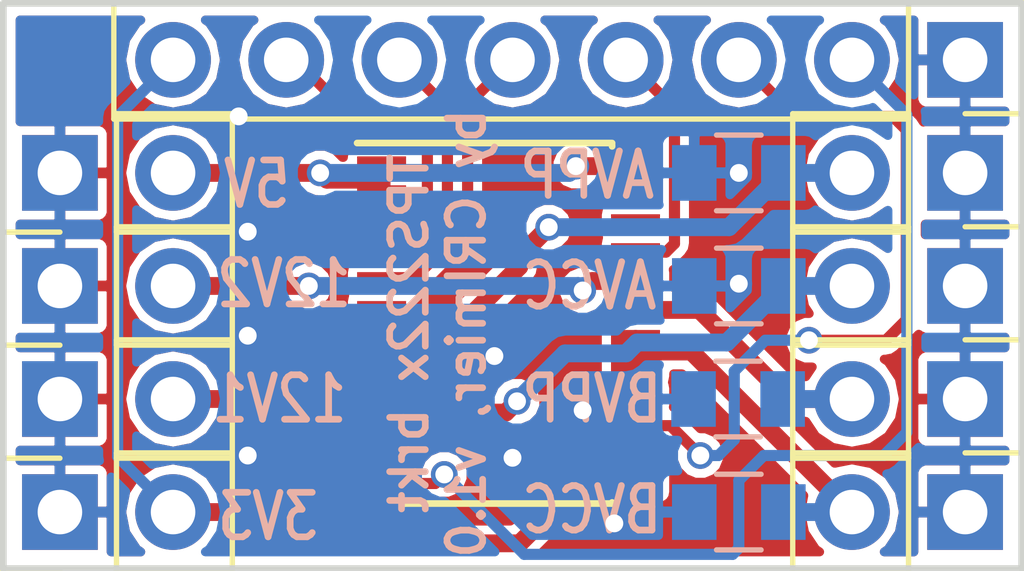
<source format=kicad_pcb>
(kicad_pcb (version 4) (host pcbnew 4.0.7)

  (general
    (links 37)
    (no_connects 1)
    (area 135.125 94.31238 162.155 112.045)
    (thickness 1.6)
    (drawings 5)
    (tracks 136)
    (zones 0)
    (modules 14)
    (nets 16)
  )

  (page A4)
  (layers
    (0 F.Cu signal hide)
    (31 B.Cu signal hide)
    (32 B.Adhes user)
    (33 F.Adhes user)
    (34 B.Paste user)
    (35 F.Paste user)
    (36 B.SilkS user)
    (37 F.SilkS user)
    (38 B.Mask user)
    (39 F.Mask user)
    (40 Dwgs.User user)
    (41 Cmts.User user)
    (42 Eco1.User user)
    (43 Eco2.User user)
    (44 Edge.Cuts user)
    (45 Margin user)
    (46 B.CrtYd user)
    (47 F.CrtYd user)
    (48 B.Fab user hide)
    (49 F.Fab user)
  )

  (setup
    (last_trace_width 0.25)
    (user_trace_width 0.4)
    (user_trace_width 0.5)
    (user_trace_width 0.6)
    (user_trace_width 0.7)
    (trace_clearance 0.2)
    (zone_clearance 0.508)
    (zone_45_only no)
    (trace_min 0.2)
    (segment_width 0.2)
    (edge_width 0.15)
    (via_size 0.6)
    (via_drill 0.4)
    (via_min_size 0.4)
    (via_min_drill 0.3)
    (uvia_size 0.3)
    (uvia_drill 0.1)
    (uvias_allowed no)
    (uvia_min_size 0.2)
    (uvia_min_drill 0.1)
    (pcb_text_width 0.3)
    (pcb_text_size 1.5 1.5)
    (mod_edge_width 0.15)
    (mod_text_size 1 1)
    (mod_text_width 0.15)
    (pad_size 1.524 1.524)
    (pad_drill 0.762)
    (pad_to_mask_clearance 0.2)
    (aux_axis_origin 160.02 97.79)
    (visible_elements FFFFFF7F)
    (pcbplotparams
      (layerselection 0x010f0_80000001)
      (usegerberextensions true)
      (excludeedgelayer true)
      (linewidth 0.100000)
      (plotframeref false)
      (viasonmask false)
      (mode 1)
      (useauxorigin true)
      (hpglpennumber 1)
      (hpglpenspeed 20)
      (hpglpendiameter 15)
      (hpglpenoverlay 2)
      (psnegative false)
      (psa4output false)
      (plotreference true)
      (plotvalue true)
      (plotinvisibletext false)
      (padsonsilk false)
      (subtractmaskfromsilk false)
      (outputformat 1)
      (mirror false)
      (drillshape 0)
      (scaleselection 1)
      (outputdirectory gerbers/))
  )

  (net 0 "")
  (net 1 "Net-(C1-Pad1)")
  (net 2 GND)
  (net 3 "Net-(C2-Pad1)")
  (net 4 "Net-(C3-Pad2)")
  (net 5 "Net-(C4-Pad1)")
  (net 6 "Net-(J1-Pad2)")
  (net 7 OC)
  (net 8 SHDN)
  (net 9 "Net-(J1-Pad5)")
  (net 10 "Net-(J1-Pad6)")
  (net 11 "Net-(J1-Pad7)")
  (net 12 +3V3)
  (net 13 "Net-(J3-Pad2)")
  (net 14 +12VA)
  (net 15 +12V)

  (net_class Default "This is the default net class."
    (clearance 0.2)
    (trace_width 0.25)
    (via_dia 0.6)
    (via_drill 0.4)
    (uvia_dia 0.3)
    (uvia_drill 0.1)
    (add_net +12V)
    (add_net +12VA)
    (add_net +3V3)
    (add_net GND)
    (add_net "Net-(C1-Pad1)")
    (add_net "Net-(C2-Pad1)")
    (add_net "Net-(C3-Pad2)")
    (add_net "Net-(C4-Pad1)")
    (add_net "Net-(J1-Pad2)")
    (add_net "Net-(J1-Pad5)")
    (add_net "Net-(J1-Pad6)")
    (add_net "Net-(J1-Pad7)")
    (add_net "Net-(J3-Pad2)")
    (add_net OC)
    (add_net SHDN)
  )

  (module Capacitors_SMD:C_0805 (layer B.Cu) (tedit 5CB92681) (tstamp 5CB92671)
    (at 153.67 101.6 180)
    (descr "Capacitor SMD 0805, reflow soldering, AVX (see smccp.pdf)")
    (tags "capacitor 0805")
    (path /5CB9302B)
    (attr smd)
    (fp_text reference C1 (at 0 1.5 180) (layer B.SilkS) hide
      (effects (font (size 1 1) (thickness 0.15)) (justify mirror))
    )
    (fp_text value 100nF (at 0 -1.75 180) (layer B.Fab)
      (effects (font (size 1 1) (thickness 0.15)) (justify mirror))
    )
    (fp_text user %R (at 0 1.5 180) (layer B.Fab)
      (effects (font (size 1 1) (thickness 0.15)) (justify mirror))
    )
    (fp_line (start -1 -0.62) (end -1 0.62) (layer B.Fab) (width 0.1))
    (fp_line (start 1 -0.62) (end -1 -0.62) (layer B.Fab) (width 0.1))
    (fp_line (start 1 0.62) (end 1 -0.62) (layer B.Fab) (width 0.1))
    (fp_line (start -1 0.62) (end 1 0.62) (layer B.Fab) (width 0.1))
    (fp_line (start 0.5 0.85) (end -0.5 0.85) (layer B.SilkS) (width 0.12))
    (fp_line (start -0.5 -0.85) (end 0.5 -0.85) (layer B.SilkS) (width 0.12))
    (fp_line (start -1.75 0.88) (end 1.75 0.88) (layer B.CrtYd) (width 0.05))
    (fp_line (start -1.75 0.88) (end -1.75 -0.87) (layer B.CrtYd) (width 0.05))
    (fp_line (start 1.75 -0.87) (end 1.75 0.88) (layer B.CrtYd) (width 0.05))
    (fp_line (start 1.75 -0.87) (end -1.75 -0.87) (layer B.CrtYd) (width 0.05))
    (pad 1 smd rect (at -1 0 180) (size 1 1.25) (layers B.Cu B.Paste B.Mask)
      (net 1 "Net-(C1-Pad1)"))
    (pad 2 smd rect (at 1 0 180) (size 1 1.25) (layers B.Cu B.Paste B.Mask)
      (net 2 GND))
    (model Capacitors_SMD.3dshapes/C_0805.wrl
      (at (xyz 0 0 0))
      (scale (xyz 1 1 1))
      (rotate (xyz 0 0 0))
    )
  )

  (module Capacitors_SMD:C_0805 (layer B.Cu) (tedit 5CB9268A) (tstamp 5CB92677)
    (at 153.67 104.14 180)
    (descr "Capacitor SMD 0805, reflow soldering, AVX (see smccp.pdf)")
    (tags "capacitor 0805")
    (path /5CB93121)
    (attr smd)
    (fp_text reference C2 (at 0 1.5 180) (layer B.SilkS) hide
      (effects (font (size 1 1) (thickness 0.15)) (justify mirror))
    )
    (fp_text value 100nF (at 0 -1.75 180) (layer B.Fab)
      (effects (font (size 1 1) (thickness 0.15)) (justify mirror))
    )
    (fp_text user %R (at 0 1.5 180) (layer B.Fab) hide
      (effects (font (size 1 1) (thickness 0.15)) (justify mirror))
    )
    (fp_line (start -1 -0.62) (end -1 0.62) (layer B.Fab) (width 0.1))
    (fp_line (start 1 -0.62) (end -1 -0.62) (layer B.Fab) (width 0.1))
    (fp_line (start 1 0.62) (end 1 -0.62) (layer B.Fab) (width 0.1))
    (fp_line (start -1 0.62) (end 1 0.62) (layer B.Fab) (width 0.1))
    (fp_line (start 0.5 0.85) (end -0.5 0.85) (layer B.SilkS) (width 0.12))
    (fp_line (start -0.5 -0.85) (end 0.5 -0.85) (layer B.SilkS) (width 0.12))
    (fp_line (start -1.75 0.88) (end 1.75 0.88) (layer B.CrtYd) (width 0.05))
    (fp_line (start -1.75 0.88) (end -1.75 -0.87) (layer B.CrtYd) (width 0.05))
    (fp_line (start 1.75 -0.87) (end 1.75 0.88) (layer B.CrtYd) (width 0.05))
    (fp_line (start 1.75 -0.87) (end -1.75 -0.87) (layer B.CrtYd) (width 0.05))
    (pad 1 smd rect (at -1 0 180) (size 1 1.25) (layers B.Cu B.Paste B.Mask)
      (net 3 "Net-(C2-Pad1)"))
    (pad 2 smd rect (at 1 0 180) (size 1 1.25) (layers B.Cu B.Paste B.Mask)
      (net 2 GND))
    (model Capacitors_SMD.3dshapes/C_0805.wrl
      (at (xyz 0 0 0))
      (scale (xyz 1 1 1))
      (rotate (xyz 0 0 0))
    )
  )

  (module Capacitors_SMD:C_0805 (layer B.Cu) (tedit 5CB9268D) (tstamp 5CB9267D)
    (at 153.654 106.68)
    (descr "Capacitor SMD 0805, reflow soldering, AVX (see smccp.pdf)")
    (tags "capacitor 0805")
    (path /5CB92E4C)
    (attr smd)
    (fp_text reference C3 (at 0 1.5) (layer B.SilkS) hide
      (effects (font (size 1 1) (thickness 0.15)) (justify mirror))
    )
    (fp_text value 100nF (at 0 -1.75) (layer B.Fab)
      (effects (font (size 1 1) (thickness 0.15)) (justify mirror))
    )
    (fp_text user %R (at 0 1.5) (layer B.Fab)
      (effects (font (size 1 1) (thickness 0.15)) (justify mirror))
    )
    (fp_line (start -1 -0.62) (end -1 0.62) (layer B.Fab) (width 0.1))
    (fp_line (start 1 -0.62) (end -1 -0.62) (layer B.Fab) (width 0.1))
    (fp_line (start 1 0.62) (end 1 -0.62) (layer B.Fab) (width 0.1))
    (fp_line (start -1 0.62) (end 1 0.62) (layer B.Fab) (width 0.1))
    (fp_line (start 0.5 0.85) (end -0.5 0.85) (layer B.SilkS) (width 0.12))
    (fp_line (start -0.5 -0.85) (end 0.5 -0.85) (layer B.SilkS) (width 0.12))
    (fp_line (start -1.75 0.88) (end 1.75 0.88) (layer B.CrtYd) (width 0.05))
    (fp_line (start -1.75 0.88) (end -1.75 -0.87) (layer B.CrtYd) (width 0.05))
    (fp_line (start 1.75 -0.87) (end 1.75 0.88) (layer B.CrtYd) (width 0.05))
    (fp_line (start 1.75 -0.87) (end -1.75 -0.87) (layer B.CrtYd) (width 0.05))
    (pad 1 smd rect (at -1 0) (size 1 1.25) (layers B.Cu B.Paste B.Mask)
      (net 2 GND))
    (pad 2 smd rect (at 1 0) (size 1 1.25) (layers B.Cu B.Paste B.Mask)
      (net 4 "Net-(C3-Pad2)"))
    (model Capacitors_SMD.3dshapes/C_0805.wrl
      (at (xyz 0 0 0))
      (scale (xyz 1 1 1))
      (rotate (xyz 0 0 0))
    )
  )

  (module Capacitors_SMD:C_0805 (layer B.Cu) (tedit 5CB92691) (tstamp 5CB92683)
    (at 153.67 109.22 180)
    (descr "Capacitor SMD 0805, reflow soldering, AVX (see smccp.pdf)")
    (tags "capacitor 0805")
    (path /5CB92EF4)
    (attr smd)
    (fp_text reference C4 (at 0 1.5 180) (layer B.SilkS) hide
      (effects (font (size 1 1) (thickness 0.15)) (justify mirror))
    )
    (fp_text value 100nF (at 0 -1.75 180) (layer B.Fab)
      (effects (font (size 1 1) (thickness 0.15)) (justify mirror))
    )
    (fp_text user %R (at 0 1.5 180) (layer B.Fab)
      (effects (font (size 1 1) (thickness 0.15)) (justify mirror))
    )
    (fp_line (start -1 -0.62) (end -1 0.62) (layer B.Fab) (width 0.1))
    (fp_line (start 1 -0.62) (end -1 -0.62) (layer B.Fab) (width 0.1))
    (fp_line (start 1 0.62) (end 1 -0.62) (layer B.Fab) (width 0.1))
    (fp_line (start -1 0.62) (end 1 0.62) (layer B.Fab) (width 0.1))
    (fp_line (start 0.5 0.85) (end -0.5 0.85) (layer B.SilkS) (width 0.12))
    (fp_line (start -0.5 -0.85) (end 0.5 -0.85) (layer B.SilkS) (width 0.12))
    (fp_line (start -1.75 0.88) (end 1.75 0.88) (layer B.CrtYd) (width 0.05))
    (fp_line (start -1.75 0.88) (end -1.75 -0.87) (layer B.CrtYd) (width 0.05))
    (fp_line (start 1.75 -0.87) (end 1.75 0.88) (layer B.CrtYd) (width 0.05))
    (fp_line (start 1.75 -0.87) (end -1.75 -0.87) (layer B.CrtYd) (width 0.05))
    (pad 1 smd rect (at -1 0 180) (size 1 1.25) (layers B.Cu B.Paste B.Mask)
      (net 5 "Net-(C4-Pad1)"))
    (pad 2 smd rect (at 1 0 180) (size 1 1.25) (layers B.Cu B.Paste B.Mask)
      (net 2 GND))
    (model Capacitors_SMD.3dshapes/C_0805.wrl
      (at (xyz 0 0 0))
      (scale (xyz 1 1 1))
      (rotate (xyz 0 0 0))
    )
  )

  (module Pin_Headers:Pin_Header_Straight_1x08_Pitch2.54mm (layer F.Cu) (tedit 5CB9264D) (tstamp 5CB9268F)
    (at 158.75 99.06 270)
    (descr "Through hole straight pin header, 1x08, 2.54mm pitch, single row")
    (tags "Through hole pin header THT 1x08 2.54mm single row")
    (path /5CB9239C)
    (fp_text reference J1 (at 0 -2.33 270) (layer F.SilkS) hide
      (effects (font (size 1 1) (thickness 0.15)))
    )
    (fp_text value Conn_01x08 (at 0 20.11 270) (layer F.Fab)
      (effects (font (size 1 1) (thickness 0.15)))
    )
    (fp_line (start -0.635 -1.27) (end 1.27 -1.27) (layer F.Fab) (width 0.1))
    (fp_line (start 1.27 -1.27) (end 1.27 19.05) (layer F.Fab) (width 0.1))
    (fp_line (start 1.27 19.05) (end -1.27 19.05) (layer F.Fab) (width 0.1))
    (fp_line (start -1.27 19.05) (end -1.27 -0.635) (layer F.Fab) (width 0.1))
    (fp_line (start -1.27 -0.635) (end -0.635 -1.27) (layer F.Fab) (width 0.1))
    (fp_line (start -1.33 19.11) (end 1.33 19.11) (layer F.SilkS) (width 0.12))
    (fp_line (start -1.33 1.27) (end -1.33 19.11) (layer F.SilkS) (width 0.12))
    (fp_line (start 1.33 1.27) (end 1.33 19.11) (layer F.SilkS) (width 0.12))
    (fp_line (start -1.33 1.27) (end 1.33 1.27) (layer F.SilkS) (width 0.12))
    (fp_line (start -1.33 0) (end -1.33 -1.33) (layer F.SilkS) (width 0.12))
    (fp_line (start -1.33 -1.33) (end 0 -1.33) (layer F.SilkS) (width 0.12))
    (fp_line (start -1.8 -1.8) (end -1.8 19.55) (layer F.CrtYd) (width 0.05))
    (fp_line (start -1.8 19.55) (end 1.8 19.55) (layer F.CrtYd) (width 0.05))
    (fp_line (start 1.8 19.55) (end 1.8 -1.8) (layer F.CrtYd) (width 0.05))
    (fp_line (start 1.8 -1.8) (end -1.8 -1.8) (layer F.CrtYd) (width 0.05))
    (fp_text user %R (at 0 8.89 360) (layer F.Fab)
      (effects (font (size 1 1) (thickness 0.15)))
    )
    (pad 1 thru_hole rect (at 0 0 270) (size 1.7 1.7) (drill 1) (layers *.Cu *.Mask)
      (net 2 GND))
    (pad 2 thru_hole oval (at 0 2.54 270) (size 1.7 1.7) (drill 1) (layers *.Cu *.Mask)
      (net 6 "Net-(J1-Pad2)"))
    (pad 3 thru_hole oval (at 0 5.08 270) (size 1.7 1.7) (drill 1) (layers *.Cu *.Mask)
      (net 7 OC))
    (pad 4 thru_hole oval (at 0 7.62 270) (size 1.7 1.7) (drill 1) (layers *.Cu *.Mask)
      (net 8 SHDN))
    (pad 5 thru_hole oval (at 0 10.16 270) (size 1.7 1.7) (drill 1) (layers *.Cu *.Mask)
      (net 9 "Net-(J1-Pad5)"))
    (pad 6 thru_hole oval (at 0 12.7 270) (size 1.7 1.7) (drill 1) (layers *.Cu *.Mask)
      (net 10 "Net-(J1-Pad6)"))
    (pad 7 thru_hole oval (at 0 15.24 270) (size 1.7 1.7) (drill 1) (layers *.Cu *.Mask)
      (net 11 "Net-(J1-Pad7)"))
    (pad 8 thru_hole oval (at 0 17.78 270) (size 1.7 1.7) (drill 1) (layers *.Cu *.Mask)
      (net 12 +3V3))
    (model ${KISYS3DMOD}/Pin_Headers.3dshapes/Pin_Header_Straight_1x08_Pitch2.54mm.wrl
      (at (xyz 0 0 0))
      (scale (xyz 1 1 1))
      (rotate (xyz 0 0 0))
    )
  )

  (module Pin_Headers:Pin_Header_Straight_1x02_Pitch2.54mm (layer F.Cu) (tedit 5CB92B51) (tstamp 5CB92695)
    (at 138.43 109.22 90)
    (descr "Through hole straight pin header, 1x02, 2.54mm pitch, single row")
    (tags "Through hole pin header THT 1x02 2.54mm single row")
    (path /5CB92B66)
    (fp_text reference J2 (at 0 -2.33 90) (layer F.SilkS) hide
      (effects (font (size 1 1) (thickness 0.15)))
    )
    (fp_text value 3V3 (at -0.1016 4.6736 360) (layer B.SilkS)
      (effects (font (size 1 0.8) (thickness 0.15)) (justify mirror))
    )
    (fp_line (start -0.635 -1.27) (end 1.27 -1.27) (layer F.Fab) (width 0.1))
    (fp_line (start 1.27 -1.27) (end 1.27 3.81) (layer F.Fab) (width 0.1))
    (fp_line (start 1.27 3.81) (end -1.27 3.81) (layer F.Fab) (width 0.1))
    (fp_line (start -1.27 3.81) (end -1.27 -0.635) (layer F.Fab) (width 0.1))
    (fp_line (start -1.27 -0.635) (end -0.635 -1.27) (layer F.Fab) (width 0.1))
    (fp_line (start -1.33 3.87) (end 1.33 3.87) (layer F.SilkS) (width 0.12))
    (fp_line (start -1.33 1.27) (end -1.33 3.87) (layer F.SilkS) (width 0.12))
    (fp_line (start 1.33 1.27) (end 1.33 3.87) (layer F.SilkS) (width 0.12))
    (fp_line (start -1.33 1.27) (end 1.33 1.27) (layer F.SilkS) (width 0.12))
    (fp_line (start -1.33 0) (end -1.33 -1.33) (layer F.SilkS) (width 0.12))
    (fp_line (start -1.33 -1.33) (end 0 -1.33) (layer F.SilkS) (width 0.12))
    (fp_line (start -1.8 -1.8) (end -1.8 4.35) (layer F.CrtYd) (width 0.05))
    (fp_line (start -1.8 4.35) (end 1.8 4.35) (layer F.CrtYd) (width 0.05))
    (fp_line (start 1.8 4.35) (end 1.8 -1.8) (layer F.CrtYd) (width 0.05))
    (fp_line (start 1.8 -1.8) (end -1.8 -1.8) (layer F.CrtYd) (width 0.05))
    (fp_text user %R (at 0 1.27 180) (layer F.Fab)
      (effects (font (size 1 1) (thickness 0.15)))
    )
    (pad 1 thru_hole rect (at 0 0 90) (size 1.7 1.7) (drill 1) (layers *.Cu *.Mask)
      (net 2 GND))
    (pad 2 thru_hole oval (at 0 2.54 90) (size 1.7 1.7) (drill 1) (layers *.Cu *.Mask)
      (net 12 +3V3))
    (model ${KISYS3DMOD}/Pin_Headers.3dshapes/Pin_Header_Straight_1x02_Pitch2.54mm.wrl
      (at (xyz 0 0 0))
      (scale (xyz 1 1 1))
      (rotate (xyz 0 0 0))
    )
  )

  (module Pin_Headers:Pin_Header_Straight_1x02_Pitch2.54mm (layer F.Cu) (tedit 5CB92B35) (tstamp 5CB9269B)
    (at 138.43 101.6 90)
    (descr "Through hole straight pin header, 1x02, 2.54mm pitch, single row")
    (tags "Through hole pin header THT 1x02 2.54mm single row")
    (path /5CB92A06)
    (fp_text reference J3 (at 0 -2.33 90) (layer F.SilkS) hide
      (effects (font (size 1 1) (thickness 0.15)))
    )
    (fp_text value 5V (at -0.254 4.4196 360) (layer B.SilkS)
      (effects (font (size 1 0.8) (thickness 0.15)) (justify mirror))
    )
    (fp_line (start -0.635 -1.27) (end 1.27 -1.27) (layer F.Fab) (width 0.1))
    (fp_line (start 1.27 -1.27) (end 1.27 3.81) (layer F.Fab) (width 0.1))
    (fp_line (start 1.27 3.81) (end -1.27 3.81) (layer F.Fab) (width 0.1))
    (fp_line (start -1.27 3.81) (end -1.27 -0.635) (layer F.Fab) (width 0.1))
    (fp_line (start -1.27 -0.635) (end -0.635 -1.27) (layer F.Fab) (width 0.1))
    (fp_line (start -1.33 3.87) (end 1.33 3.87) (layer F.SilkS) (width 0.12))
    (fp_line (start -1.33 1.27) (end -1.33 3.87) (layer F.SilkS) (width 0.12))
    (fp_line (start 1.33 1.27) (end 1.33 3.87) (layer F.SilkS) (width 0.12))
    (fp_line (start -1.33 1.27) (end 1.33 1.27) (layer F.SilkS) (width 0.12))
    (fp_line (start -1.33 0) (end -1.33 -1.33) (layer F.SilkS) (width 0.12))
    (fp_line (start -1.33 -1.33) (end 0 -1.33) (layer F.SilkS) (width 0.12))
    (fp_line (start -1.8 -1.8) (end -1.8 4.35) (layer F.CrtYd) (width 0.05))
    (fp_line (start -1.8 4.35) (end 1.8 4.35) (layer F.CrtYd) (width 0.05))
    (fp_line (start 1.8 4.35) (end 1.8 -1.8) (layer F.CrtYd) (width 0.05))
    (fp_line (start 1.8 -1.8) (end -1.8 -1.8) (layer F.CrtYd) (width 0.05))
    (fp_text user %R (at 0 1.27 180) (layer F.Fab)
      (effects (font (size 1 1) (thickness 0.15)))
    )
    (pad 1 thru_hole rect (at 0 0 90) (size 1.7 1.7) (drill 1) (layers *.Cu *.Mask)
      (net 2 GND))
    (pad 2 thru_hole oval (at 0 2.54 90) (size 1.7 1.7) (drill 1) (layers *.Cu *.Mask)
      (net 13 "Net-(J3-Pad2)"))
    (model ${KISYS3DMOD}/Pin_Headers.3dshapes/Pin_Header_Straight_1x02_Pitch2.54mm.wrl
      (at (xyz 0 0 0))
      (scale (xyz 1 1 1))
      (rotate (xyz 0 0 0))
    )
  )

  (module Pin_Headers:Pin_Header_Straight_1x02_Pitch2.54mm (layer F.Cu) (tedit 5CB92BED) (tstamp 5CB926A1)
    (at 158.75 104.14 270)
    (descr "Through hole straight pin header, 1x02, 2.54mm pitch, single row")
    (tags "Through hole pin header THT 1x02 2.54mm single row")
    (path /5CB92659)
    (fp_text reference J4 (at 0 -2.33 270) (layer F.SilkS) hide
      (effects (font (size 1 1) (thickness 0.15)))
    )
    (fp_text value AVCC (at 0 8.4328 540) (layer B.SilkS)
      (effects (font (size 1 0.8) (thickness 0.15)) (justify mirror))
    )
    (fp_line (start -0.635 -1.27) (end 1.27 -1.27) (layer F.Fab) (width 0.1))
    (fp_line (start 1.27 -1.27) (end 1.27 3.81) (layer F.Fab) (width 0.1))
    (fp_line (start 1.27 3.81) (end -1.27 3.81) (layer F.Fab) (width 0.1))
    (fp_line (start -1.27 3.81) (end -1.27 -0.635) (layer F.Fab) (width 0.1))
    (fp_line (start -1.27 -0.635) (end -0.635 -1.27) (layer F.Fab) (width 0.1))
    (fp_line (start -1.33 3.87) (end 1.33 3.87) (layer F.SilkS) (width 0.12))
    (fp_line (start -1.33 1.27) (end -1.33 3.87) (layer F.SilkS) (width 0.12))
    (fp_line (start 1.33 1.27) (end 1.33 3.87) (layer F.SilkS) (width 0.12))
    (fp_line (start -1.33 1.27) (end 1.33 1.27) (layer F.SilkS) (width 0.12))
    (fp_line (start -1.33 0) (end -1.33 -1.33) (layer F.SilkS) (width 0.12))
    (fp_line (start -1.33 -1.33) (end 0 -1.33) (layer F.SilkS) (width 0.12))
    (fp_line (start -1.8 -1.8) (end -1.8 4.35) (layer F.CrtYd) (width 0.05))
    (fp_line (start -1.8 4.35) (end 1.8 4.35) (layer F.CrtYd) (width 0.05))
    (fp_line (start 1.8 4.35) (end 1.8 -1.8) (layer F.CrtYd) (width 0.05))
    (fp_line (start 1.8 -1.8) (end -1.8 -1.8) (layer F.CrtYd) (width 0.05))
    (fp_text user %R (at 0 1.27 360) (layer F.Fab)
      (effects (font (size 1 1) (thickness 0.15)))
    )
    (pad 1 thru_hole rect (at 0 0 270) (size 1.7 1.7) (drill 1) (layers *.Cu *.Mask)
      (net 2 GND))
    (pad 2 thru_hole oval (at 0 2.54 270) (size 1.7 1.7) (drill 1) (layers *.Cu *.Mask)
      (net 3 "Net-(C2-Pad1)"))
    (model ${KISYS3DMOD}/Pin_Headers.3dshapes/Pin_Header_Straight_1x02_Pitch2.54mm.wrl
      (at (xyz 0 0 0))
      (scale (xyz 1 1 1))
      (rotate (xyz 0 0 0))
    )
  )

  (module Pin_Headers:Pin_Header_Straight_1x02_Pitch2.54mm (layer F.Cu) (tedit 5CB92BFB) (tstamp 5CB926A7)
    (at 158.75 101.6 270)
    (descr "Through hole straight pin header, 1x02, 2.54mm pitch, single row")
    (tags "Through hole pin header THT 1x02 2.54mm single row")
    (path /5CB926EA)
    (fp_text reference J5 (at 0 -2.33 270) (layer F.SilkS) hide
      (effects (font (size 1 1) (thickness 0.15)))
    )
    (fp_text value AVPP (at 0.0508 8.4836 540) (layer B.SilkS)
      (effects (font (size 1 0.8) (thickness 0.15)) (justify mirror))
    )
    (fp_line (start -0.635 -1.27) (end 1.27 -1.27) (layer F.Fab) (width 0.1))
    (fp_line (start 1.27 -1.27) (end 1.27 3.81) (layer F.Fab) (width 0.1))
    (fp_line (start 1.27 3.81) (end -1.27 3.81) (layer F.Fab) (width 0.1))
    (fp_line (start -1.27 3.81) (end -1.27 -0.635) (layer F.Fab) (width 0.1))
    (fp_line (start -1.27 -0.635) (end -0.635 -1.27) (layer F.Fab) (width 0.1))
    (fp_line (start -1.33 3.87) (end 1.33 3.87) (layer F.SilkS) (width 0.12))
    (fp_line (start -1.33 1.27) (end -1.33 3.87) (layer F.SilkS) (width 0.12))
    (fp_line (start 1.33 1.27) (end 1.33 3.87) (layer F.SilkS) (width 0.12))
    (fp_line (start -1.33 1.27) (end 1.33 1.27) (layer F.SilkS) (width 0.12))
    (fp_line (start -1.33 0) (end -1.33 -1.33) (layer F.SilkS) (width 0.12))
    (fp_line (start -1.33 -1.33) (end 0 -1.33) (layer F.SilkS) (width 0.12))
    (fp_line (start -1.8 -1.8) (end -1.8 4.35) (layer F.CrtYd) (width 0.05))
    (fp_line (start -1.8 4.35) (end 1.8 4.35) (layer F.CrtYd) (width 0.05))
    (fp_line (start 1.8 4.35) (end 1.8 -1.8) (layer F.CrtYd) (width 0.05))
    (fp_line (start 1.8 -1.8) (end -1.8 -1.8) (layer F.CrtYd) (width 0.05))
    (fp_text user %R (at 0 1.27 360) (layer F.Fab)
      (effects (font (size 1 1) (thickness 0.15)))
    )
    (pad 1 thru_hole rect (at 0 0 270) (size 1.7 1.7) (drill 1) (layers *.Cu *.Mask)
      (net 2 GND))
    (pad 2 thru_hole oval (at 0 2.54 270) (size 1.7 1.7) (drill 1) (layers *.Cu *.Mask)
      (net 1 "Net-(C1-Pad1)"))
    (model ${KISYS3DMOD}/Pin_Headers.3dshapes/Pin_Header_Straight_1x02_Pitch2.54mm.wrl
      (at (xyz 0 0 0))
      (scale (xyz 1 1 1))
      (rotate (xyz 0 0 0))
    )
  )

  (module Pin_Headers:Pin_Header_Straight_1x02_Pitch2.54mm (layer F.Cu) (tedit 5CB92B23) (tstamp 5CB926AD)
    (at 138.43 104.14 90)
    (descr "Through hole straight pin header, 1x02, 2.54mm pitch, single row")
    (tags "Through hole pin header THT 1x02 2.54mm single row")
    (path /5CB92BFD)
    (fp_text reference J6 (at 0 -2.33 90) (layer F.SilkS) hide
      (effects (font (size 1 1) (thickness 0.15)))
    )
    (fp_text value 12V2 (at 0.0508 5.0292 360) (layer B.SilkS)
      (effects (font (size 1 0.8) (thickness 0.15)) (justify mirror))
    )
    (fp_line (start -0.635 -1.27) (end 1.27 -1.27) (layer F.Fab) (width 0.1))
    (fp_line (start 1.27 -1.27) (end 1.27 3.81) (layer F.Fab) (width 0.1))
    (fp_line (start 1.27 3.81) (end -1.27 3.81) (layer F.Fab) (width 0.1))
    (fp_line (start -1.27 3.81) (end -1.27 -0.635) (layer F.Fab) (width 0.1))
    (fp_line (start -1.27 -0.635) (end -0.635 -1.27) (layer F.Fab) (width 0.1))
    (fp_line (start -1.33 3.87) (end 1.33 3.87) (layer F.SilkS) (width 0.12))
    (fp_line (start -1.33 1.27) (end -1.33 3.87) (layer F.SilkS) (width 0.12))
    (fp_line (start 1.33 1.27) (end 1.33 3.87) (layer F.SilkS) (width 0.12))
    (fp_line (start -1.33 1.27) (end 1.33 1.27) (layer F.SilkS) (width 0.12))
    (fp_line (start -1.33 0) (end -1.33 -1.33) (layer F.SilkS) (width 0.12))
    (fp_line (start -1.33 -1.33) (end 0 -1.33) (layer F.SilkS) (width 0.12))
    (fp_line (start -1.8 -1.8) (end -1.8 4.35) (layer F.CrtYd) (width 0.05))
    (fp_line (start -1.8 4.35) (end 1.8 4.35) (layer F.CrtYd) (width 0.05))
    (fp_line (start 1.8 4.35) (end 1.8 -1.8) (layer F.CrtYd) (width 0.05))
    (fp_line (start 1.8 -1.8) (end -1.8 -1.8) (layer F.CrtYd) (width 0.05))
    (fp_text user %R (at 0 1.27 180) (layer F.Fab)
      (effects (font (size 1 1) (thickness 0.15)))
    )
    (pad 1 thru_hole rect (at 0 0 90) (size 1.7 1.7) (drill 1) (layers *.Cu *.Mask)
      (net 2 GND))
    (pad 2 thru_hole oval (at 0 2.54 90) (size 1.7 1.7) (drill 1) (layers *.Cu *.Mask)
      (net 14 +12VA))
    (model ${KISYS3DMOD}/Pin_Headers.3dshapes/Pin_Header_Straight_1x02_Pitch2.54mm.wrl
      (at (xyz 0 0 0))
      (scale (xyz 1 1 1))
      (rotate (xyz 0 0 0))
    )
  )

  (module Pin_Headers:Pin_Header_Straight_1x02_Pitch2.54mm (layer F.Cu) (tedit 5CB92B40) (tstamp 5CB926B3)
    (at 138.43 106.68 90)
    (descr "Through hole straight pin header, 1x02, 2.54mm pitch, single row")
    (tags "Through hole pin header THT 1x02 2.54mm single row")
    (path /5CB92DCE)
    (fp_text reference J7 (at 0 -2.33 90) (layer F.SilkS) hide
      (effects (font (size 1 1) (thickness 0.15)))
    )
    (fp_text value 12V1 (at 0 4.9276 180) (layer B.SilkS)
      (effects (font (size 1 0.8) (thickness 0.15)) (justify mirror))
    )
    (fp_line (start -0.635 -1.27) (end 1.27 -1.27) (layer F.Fab) (width 0.1))
    (fp_line (start 1.27 -1.27) (end 1.27 3.81) (layer F.Fab) (width 0.1))
    (fp_line (start 1.27 3.81) (end -1.27 3.81) (layer F.Fab) (width 0.1))
    (fp_line (start -1.27 3.81) (end -1.27 -0.635) (layer F.Fab) (width 0.1))
    (fp_line (start -1.27 -0.635) (end -0.635 -1.27) (layer F.Fab) (width 0.1))
    (fp_line (start -1.33 3.87) (end 1.33 3.87) (layer F.SilkS) (width 0.12))
    (fp_line (start -1.33 1.27) (end -1.33 3.87) (layer F.SilkS) (width 0.12))
    (fp_line (start 1.33 1.27) (end 1.33 3.87) (layer F.SilkS) (width 0.12))
    (fp_line (start -1.33 1.27) (end 1.33 1.27) (layer F.SilkS) (width 0.12))
    (fp_line (start -1.33 0) (end -1.33 -1.33) (layer F.SilkS) (width 0.12))
    (fp_line (start -1.33 -1.33) (end 0 -1.33) (layer F.SilkS) (width 0.12))
    (fp_line (start -1.8 -1.8) (end -1.8 4.35) (layer F.CrtYd) (width 0.05))
    (fp_line (start -1.8 4.35) (end 1.8 4.35) (layer F.CrtYd) (width 0.05))
    (fp_line (start 1.8 4.35) (end 1.8 -1.8) (layer F.CrtYd) (width 0.05))
    (fp_line (start 1.8 -1.8) (end -1.8 -1.8) (layer F.CrtYd) (width 0.05))
    (fp_text user %R (at 0 1.27 180) (layer F.Fab)
      (effects (font (size 1 1) (thickness 0.15)))
    )
    (pad 1 thru_hole rect (at 0 0 90) (size 1.7 1.7) (drill 1) (layers *.Cu *.Mask)
      (net 2 GND))
    (pad 2 thru_hole oval (at 0 2.54 90) (size 1.7 1.7) (drill 1) (layers *.Cu *.Mask)
      (net 15 +12V))
    (model ${KISYS3DMOD}/Pin_Headers.3dshapes/Pin_Header_Straight_1x02_Pitch2.54mm.wrl
      (at (xyz 0 0 0))
      (scale (xyz 1 1 1))
      (rotate (xyz 0 0 0))
    )
  )

  (module Pin_Headers:Pin_Header_Straight_1x02_Pitch2.54mm (layer F.Cu) (tedit 5CB92C14) (tstamp 5CB926B9)
    (at 158.75 106.68 270)
    (descr "Through hole straight pin header, 1x02, 2.54mm pitch, single row")
    (tags "Through hole pin header THT 1x02 2.54mm single row")
    (path /5CB925E9)
    (fp_text reference J8 (at 0 -2.33 270) (layer F.SilkS) hide
      (effects (font (size 1 1) (thickness 0.15)))
    )
    (fp_text value BVPP (at 0 8.382 540) (layer B.SilkS)
      (effects (font (size 1 0.8) (thickness 0.15)) (justify mirror))
    )
    (fp_line (start -0.635 -1.27) (end 1.27 -1.27) (layer F.Fab) (width 0.1))
    (fp_line (start 1.27 -1.27) (end 1.27 3.81) (layer F.Fab) (width 0.1))
    (fp_line (start 1.27 3.81) (end -1.27 3.81) (layer F.Fab) (width 0.1))
    (fp_line (start -1.27 3.81) (end -1.27 -0.635) (layer F.Fab) (width 0.1))
    (fp_line (start -1.27 -0.635) (end -0.635 -1.27) (layer F.Fab) (width 0.1))
    (fp_line (start -1.33 3.87) (end 1.33 3.87) (layer F.SilkS) (width 0.12))
    (fp_line (start -1.33 1.27) (end -1.33 3.87) (layer F.SilkS) (width 0.12))
    (fp_line (start 1.33 1.27) (end 1.33 3.87) (layer F.SilkS) (width 0.12))
    (fp_line (start -1.33 1.27) (end 1.33 1.27) (layer F.SilkS) (width 0.12))
    (fp_line (start -1.33 0) (end -1.33 -1.33) (layer F.SilkS) (width 0.12))
    (fp_line (start -1.33 -1.33) (end 0 -1.33) (layer F.SilkS) (width 0.12))
    (fp_line (start -1.8 -1.8) (end -1.8 4.35) (layer F.CrtYd) (width 0.05))
    (fp_line (start -1.8 4.35) (end 1.8 4.35) (layer F.CrtYd) (width 0.05))
    (fp_line (start 1.8 4.35) (end 1.8 -1.8) (layer F.CrtYd) (width 0.05))
    (fp_line (start 1.8 -1.8) (end -1.8 -1.8) (layer F.CrtYd) (width 0.05))
    (fp_text user %R (at 0 1.27 360) (layer F.Fab)
      (effects (font (size 1 1) (thickness 0.15)))
    )
    (pad 1 thru_hole rect (at 0 0 270) (size 1.7 1.7) (drill 1) (layers *.Cu *.Mask)
      (net 2 GND))
    (pad 2 thru_hole oval (at 0 2.54 270) (size 1.7 1.7) (drill 1) (layers *.Cu *.Mask)
      (net 4 "Net-(C3-Pad2)"))
    (model ${KISYS3DMOD}/Pin_Headers.3dshapes/Pin_Header_Straight_1x02_Pitch2.54mm.wrl
      (at (xyz 0 0 0))
      (scale (xyz 1 1 1))
      (rotate (xyz 0 0 0))
    )
  )

  (module Pin_Headers:Pin_Header_Straight_1x02_Pitch2.54mm (layer F.Cu) (tedit 5CB92C25) (tstamp 5CB926BF)
    (at 158.75 109.22 270)
    (descr "Through hole straight pin header, 1x02, 2.54mm pitch, single row")
    (tags "Through hole pin header THT 1x02 2.54mm single row")
    (path /5CB9259F)
    (fp_text reference J9 (at 0 -2.33 270) (layer F.SilkS) hide
      (effects (font (size 1 1) (thickness 0.15)))
    )
    (fp_text value BVCC (at -0.0508 8.382 360) (layer B.SilkS)
      (effects (font (size 1 0.8) (thickness 0.15)) (justify mirror))
    )
    (fp_line (start -0.635 -1.27) (end 1.27 -1.27) (layer F.Fab) (width 0.1))
    (fp_line (start 1.27 -1.27) (end 1.27 3.81) (layer F.Fab) (width 0.1))
    (fp_line (start 1.27 3.81) (end -1.27 3.81) (layer F.Fab) (width 0.1))
    (fp_line (start -1.27 3.81) (end -1.27 -0.635) (layer F.Fab) (width 0.1))
    (fp_line (start -1.27 -0.635) (end -0.635 -1.27) (layer F.Fab) (width 0.1))
    (fp_line (start -1.33 3.87) (end 1.33 3.87) (layer F.SilkS) (width 0.12))
    (fp_line (start -1.33 1.27) (end -1.33 3.87) (layer F.SilkS) (width 0.12))
    (fp_line (start 1.33 1.27) (end 1.33 3.87) (layer F.SilkS) (width 0.12))
    (fp_line (start -1.33 1.27) (end 1.33 1.27) (layer F.SilkS) (width 0.12))
    (fp_line (start -1.33 0) (end -1.33 -1.33) (layer F.SilkS) (width 0.12))
    (fp_line (start -1.33 -1.33) (end 0 -1.33) (layer F.SilkS) (width 0.12))
    (fp_line (start -1.8 -1.8) (end -1.8 4.35) (layer F.CrtYd) (width 0.05))
    (fp_line (start -1.8 4.35) (end 1.8 4.35) (layer F.CrtYd) (width 0.05))
    (fp_line (start 1.8 4.35) (end 1.8 -1.8) (layer F.CrtYd) (width 0.05))
    (fp_line (start 1.8 -1.8) (end -1.8 -1.8) (layer F.CrtYd) (width 0.05))
    (fp_text user %R (at 0 1.27 360) (layer F.Fab)
      (effects (font (size 1 1) (thickness 0.15)))
    )
    (pad 1 thru_hole rect (at 0 0 270) (size 1.7 1.7) (drill 1) (layers *.Cu *.Mask)
      (net 2 GND))
    (pad 2 thru_hole oval (at 0 2.54 270) (size 1.7 1.7) (drill 1) (layers *.Cu *.Mask)
      (net 5 "Net-(C4-Pad1)"))
    (model ${KISYS3DMOD}/Pin_Headers.3dshapes/Pin_Header_Straight_1x02_Pitch2.54mm.wrl
      (at (xyz 0 0 0))
      (scale (xyz 1 1 1))
      (rotate (xyz 0 0 0))
    )
  )

  (module Housings_SSOP:TSSOP-24_4.4x7.8mm_Pitch0.65mm (layer F.Cu) (tedit 5CB9264A) (tstamp 5CB926DB)
    (at 148.5011 105.0036)
    (descr "TSSOP24: plastic thin shrink small outline package; 24 leads; body width 4.4 mm; (see NXP SSOP-TSSOP-VSO-REFLOW.pdf and sot355-1_po.pdf)")
    (tags "SSOP 0.65")
    (path /5CB922D3)
    (attr smd)
    (fp_text reference U1 (at 0 -4.95) (layer F.SilkS) hide
      (effects (font (size 1 1) (thickness 0.15)))
    )
    (fp_text value TPS2224 (at 0 4.95) (layer F.Fab)
      (effects (font (size 1 1) (thickness 0.15)))
    )
    (fp_line (start -1.2 -3.9) (end 2.2 -3.9) (layer F.Fab) (width 0.15))
    (fp_line (start 2.2 -3.9) (end 2.2 3.9) (layer F.Fab) (width 0.15))
    (fp_line (start 2.2 3.9) (end -2.2 3.9) (layer F.Fab) (width 0.15))
    (fp_line (start -2.2 3.9) (end -2.2 -2.9) (layer F.Fab) (width 0.15))
    (fp_line (start -2.2 -2.9) (end -1.2 -3.9) (layer F.Fab) (width 0.15))
    (fp_line (start -3.65 -4.2) (end -3.65 4.2) (layer F.CrtYd) (width 0.05))
    (fp_line (start 3.65 -4.2) (end 3.65 4.2) (layer F.CrtYd) (width 0.05))
    (fp_line (start -3.65 -4.2) (end 3.65 -4.2) (layer F.CrtYd) (width 0.05))
    (fp_line (start -3.65 4.2) (end 3.65 4.2) (layer F.CrtYd) (width 0.05))
    (fp_line (start 2.325 -4.025) (end 2.325 -4) (layer F.SilkS) (width 0.15))
    (fp_line (start 2.325 4.025) (end 2.325 4) (layer F.SilkS) (width 0.15))
    (fp_line (start -2.325 4.025) (end -2.325 4) (layer F.SilkS) (width 0.15))
    (fp_line (start -3.4 -4.075) (end 2.325 -4.075) (layer F.SilkS) (width 0.15))
    (fp_line (start -2.325 4.025) (end 2.325 4.025) (layer F.SilkS) (width 0.15))
    (fp_text user %R (at 0 0) (layer F.Fab)
      (effects (font (size 0.8 0.8) (thickness 0.15)))
    )
    (pad 1 smd rect (at -2.85 -3.575) (size 1.1 0.4) (layers F.Cu F.Paste F.Mask)
      (net 13 "Net-(J3-Pad2)"))
    (pad 2 smd rect (at -2.85 -2.925) (size 1.1 0.4) (layers F.Cu F.Paste F.Mask)
      (net 13 "Net-(J3-Pad2)"))
    (pad 3 smd rect (at -2.85 -2.275) (size 1.1 0.4) (layers F.Cu F.Paste F.Mask)
      (net 11 "Net-(J1-Pad7)"))
    (pad 4 smd rect (at -2.85 -1.625) (size 1.1 0.4) (layers F.Cu F.Paste F.Mask)
      (net 10 "Net-(J1-Pad6)"))
    (pad 5 smd rect (at -2.85 -0.975) (size 1.1 0.4) (layers F.Cu F.Paste F.Mask)
      (net 9 "Net-(J1-Pad5)"))
    (pad 6 smd rect (at -2.85 -0.325) (size 1.1 0.4) (layers F.Cu F.Paste F.Mask))
    (pad 7 smd rect (at -2.85 0.325) (size 1.1 0.4) (layers F.Cu F.Paste F.Mask)
      (net 15 +12V))
    (pad 8 smd rect (at -2.85 0.975) (size 1.1 0.4) (layers F.Cu F.Paste F.Mask)
      (net 1 "Net-(C1-Pad1)"))
    (pad 9 smd rect (at -2.85 1.625) (size 1.1 0.4) (layers F.Cu F.Paste F.Mask)
      (net 3 "Net-(C2-Pad1)"))
    (pad 10 smd rect (at -2.85 2.275) (size 1.1 0.4) (layers F.Cu F.Paste F.Mask)
      (net 3 "Net-(C2-Pad1)"))
    (pad 11 smd rect (at -2.85 2.925) (size 1.1 0.4) (layers F.Cu F.Paste F.Mask)
      (net 2 GND))
    (pad 12 smd rect (at -2.85 3.575) (size 1.1 0.4) (layers F.Cu F.Paste F.Mask)
      (net 6 "Net-(J1-Pad2)"))
    (pad 13 smd rect (at 2.85 3.575) (size 1.1 0.4) (layers F.Cu F.Paste F.Mask)
      (net 12 +3V3))
    (pad 14 smd rect (at 2.85 2.925) (size 1.1 0.4) (layers F.Cu F.Paste F.Mask)
      (net 12 +3V3))
    (pad 15 smd rect (at 2.85 2.275) (size 1.1 0.4) (layers F.Cu F.Paste F.Mask)
      (net 7 OC))
    (pad 16 smd rect (at 2.85 1.625) (size 1.1 0.4) (layers F.Cu F.Paste F.Mask))
    (pad 17 smd rect (at 2.85 0.975) (size 1.1 0.4) (layers F.Cu F.Paste F.Mask)
      (net 5 "Net-(C4-Pad1)"))
    (pad 18 smd rect (at 2.85 0.325) (size 1.1 0.4) (layers F.Cu F.Paste F.Mask)
      (net 5 "Net-(C4-Pad1)"))
    (pad 19 smd rect (at 2.85 -0.325) (size 1.1 0.4) (layers F.Cu F.Paste F.Mask)
      (net 4 "Net-(C3-Pad2)"))
    (pad 20 smd rect (at 2.85 -0.975) (size 1.1 0.4) (layers F.Cu F.Paste F.Mask)
      (net 14 +12VA))
    (pad 21 smd rect (at 2.85 -1.625) (size 1.1 0.4) (layers F.Cu F.Paste F.Mask)
      (net 8 SHDN))
    (pad 22 smd rect (at 2.85 -2.275) (size 1.1 0.4) (layers F.Cu F.Paste F.Mask))
    (pad 23 smd rect (at 2.85 -2.925) (size 1.1 0.4) (layers F.Cu F.Paste F.Mask))
    (pad 24 smd rect (at 2.85 -3.575) (size 1.1 0.4) (layers F.Cu F.Paste F.Mask)
      (net 13 "Net-(J3-Pad2)"))
    (model ${KISYS3DMOD}/Housings_SSOP.3dshapes/TSSOP-24_4.4x7.8mm_Pitch0.65mm.wrl
      (at (xyz 0 0 0))
      (scale (xyz 1 1 1))
      (rotate (xyz 0 0 0))
    )
  )

  (gr_text "TPS222x brkt\nby CRImier, v1.0" (at 146.9136 105.2068 90) (layer B.SilkS)
    (effects (font (size 0.8 0.8) (thickness 0.15)) (justify mirror))
  )
  (gr_line (start 137.16 110.49) (end 137.16 97.79) (layer Edge.Cuts) (width 0.15))
  (gr_line (start 160.02 110.49) (end 137.16 110.49) (layer Edge.Cuts) (width 0.15))
  (gr_line (start 160.02 97.79) (end 160.02 110.49) (layer Edge.Cuts) (width 0.15))
  (gr_line (start 137.16 97.79) (end 160.02 97.79) (layer Edge.Cuts) (width 0.15))

  (segment (start 149.4028 102.8192) (end 153.4508 102.8192) (width 0.4) (layer B.Cu) (net 1))
  (segment (start 153.4508 102.8192) (end 154.67 101.6) (width 0.4) (layer B.Cu) (net 1))
  (segment (start 148.7424 103.4796) (end 149.4028 102.8192) (width 0.4) (layer F.Cu) (net 1))
  (via (at 149.4028 102.8192) (size 0.6) (drill 0.4) (layers F.Cu B.Cu) (net 1))
  (segment (start 148.7424 103.707302) (end 148.7424 103.4796) (width 0.4) (layer F.Cu) (net 1))
  (segment (start 145.6511 105.9786) (end 146.471102 105.9786) (width 0.4) (layer F.Cu) (net 1))
  (segment (start 146.471102 105.9786) (end 148.7424 103.707302) (width 0.4) (layer F.Cu) (net 1))
  (segment (start 156.21 101.6) (end 154.67 101.6) (width 0.4) (layer B.Cu) (net 1))
  (segment (start 142.6464 105.2576) (end 142.6464 107.95) (width 0.25) (layer B.Cu) (net 2))
  (via (at 142.6464 107.95) (size 0.6) (drill 0.4) (layers F.Cu B.Cu) (net 2))
  (segment (start 142.6464 102.9208) (end 142.6464 100.5332) (width 0.25) (layer B.Cu) (net 2))
  (segment (start 142.6464 100.5332) (end 142.4432 100.33) (width 0.25) (layer B.Cu) (net 2))
  (via (at 142.4432 100.33) (size 0.6) (drill 0.4) (layers F.Cu B.Cu) (net 2))
  (segment (start 142.6464 105.2576) (end 142.6464 102.9208) (width 0.25) (layer B.Cu) (net 2))
  (via (at 142.6464 102.9208) (size 0.6) (drill 0.4) (layers F.Cu B.Cu) (net 2))
  (segment (start 148.1836 105.7148) (end 143.1036 105.7148) (width 0.25) (layer B.Cu) (net 2))
  (segment (start 143.1036 105.7148) (end 142.6464 105.2576) (width 0.25) (layer B.Cu) (net 2))
  (via (at 142.6464 105.2576) (size 0.6) (drill 0.4) (layers F.Cu B.Cu) (net 2))
  (segment (start 150.1648 106.934) (end 148.9456 105.7148) (width 0.25) (layer F.Cu) (net 2))
  (segment (start 148.9456 105.7148) (end 148.1836 105.7148) (width 0.25) (layer F.Cu) (net 2))
  (via (at 148.1836 105.7148) (size 0.6) (drill 0.4) (layers F.Cu B.Cu) (net 2))
  (segment (start 148.59 108.0008) (end 149.098 108.0008) (width 0.25) (layer B.Cu) (net 2))
  (segment (start 149.098 108.0008) (end 150.1648 106.934) (width 0.25) (layer B.Cu) (net 2))
  (via (at 150.1648 106.934) (size 0.6) (drill 0.4) (layers F.Cu B.Cu) (net 2))
  (segment (start 146.862801 107.6452) (end 148.2344 107.6452) (width 0.25) (layer F.Cu) (net 2))
  (segment (start 148.2344 107.6452) (end 148.59 108.0008) (width 0.25) (layer F.Cu) (net 2))
  (via (at 148.59 108.0008) (size 0.6) (drill 0.4) (layers F.Cu B.Cu) (net 2))
  (segment (start 145.6511 107.9286) (end 146.579401 107.9286) (width 0.25) (layer F.Cu) (net 2))
  (segment (start 146.579401 107.9286) (end 146.862801 107.6452) (width 0.25) (layer F.Cu) (net 2))
  (segment (start 152.67 109.22) (end 151.13 109.22) (width 0.25) (layer B.Cu) (net 2))
  (segment (start 151.13 109.22) (end 150.876 109.474) (width 0.25) (layer B.Cu) (net 2))
  (via (at 150.876 109.474) (size 0.6) (drill 0.4) (layers F.Cu B.Cu) (net 2))
  (segment (start 152.67 104.14) (end 153.619198 104.14) (width 0.25) (layer B.Cu) (net 2))
  (via (at 153.669998 104.0892) (size 0.6) (drill 0.4) (layers F.Cu B.Cu) (net 2))
  (segment (start 153.619198 104.14) (end 153.669998 104.0892) (width 0.25) (layer B.Cu) (net 2))
  (segment (start 152.67 101.6) (end 153.67 101.6) (width 0.25) (layer B.Cu) (net 2))
  (via (at 153.67 101.6) (size 0.6) (drill 0.4) (layers F.Cu B.Cu) (net 2))
  (segment (start 154.67 104.14) (end 156.21 104.14) (width 0.4) (layer B.Cu) (net 3))
  (segment (start 151.384 105.41) (end 153.4 105.41) (width 0.4) (layer B.Cu) (net 3))
  (segment (start 153.4 105.41) (end 154.67 104.14) (width 0.4) (layer B.Cu) (net 3))
  (segment (start 151.139001 105.654999) (end 151.384 105.41) (width 0.4) (layer B.Cu) (net 3))
  (segment (start 148.6916 106.7308) (end 149.767401 105.654999) (width 0.4) (layer B.Cu) (net 3))
  (segment (start 149.767401 105.654999) (end 151.139001 105.654999) (width 0.4) (layer B.Cu) (net 3))
  (segment (start 146.6596 106.9848) (end 148.4376 106.9848) (width 0.4) (layer F.Cu) (net 3))
  (segment (start 148.4376 106.9848) (end 148.6916 106.7308) (width 0.4) (layer F.Cu) (net 3))
  (via (at 148.6916 106.7308) (size 0.6) (drill 0.4) (layers F.Cu B.Cu) (net 3))
  (segment (start 145.6511 106.9848) (end 145.6511 107.2786) (width 0.4) (layer F.Cu) (net 3))
  (segment (start 145.6511 106.6286) (end 145.6511 106.9848) (width 0.4) (layer F.Cu) (net 3))
  (segment (start 145.6511 106.9848) (end 146.6596 106.9848) (width 0.4) (layer F.Cu) (net 3))
  (segment (start 152.7862 104.6786) (end 154.7876 106.68) (width 0.4) (layer F.Cu) (net 4))
  (segment (start 154.7876 106.68) (end 156.21 106.68) (width 0.4) (layer F.Cu) (net 4))
  (segment (start 151.3511 104.6786) (end 152.7862 104.6786) (width 0.4) (layer F.Cu) (net 4))
  (segment (start 156.21 106.68) (end 154.4 106.68) (width 0.4) (layer B.Cu) (net 4))
  (segment (start 151.3511 105.6132) (end 151.3511 105.3286) (width 0.4) (layer F.Cu) (net 5))
  (segment (start 151.3511 105.6132) (end 152.6032 105.6132) (width 0.4) (layer F.Cu) (net 5))
  (segment (start 151.3511 105.9786) (end 151.3511 105.6132) (width 0.4) (layer F.Cu) (net 5))
  (segment (start 152.6032 105.6132) (end 156.21 109.22) (width 0.4) (layer F.Cu) (net 5))
  (segment (start 154.67 109.22) (end 156.21 109.22) (width 0.4) (layer B.Cu) (net 5))
  (segment (start 146.854403 108.5786) (end 147.058017 108.374986) (width 0.25) (layer F.Cu) (net 6))
  (segment (start 145.6511 108.5786) (end 146.854403 108.5786) (width 0.25) (layer F.Cu) (net 6))
  (segment (start 148.853032 110.170001) (end 147.058017 108.374986) (width 0.25) (layer B.Cu) (net 6))
  (segment (start 153.532799 110.170001) (end 148.853032 110.170001) (width 0.25) (layer B.Cu) (net 6))
  (segment (start 153.67 110.0328) (end 153.532799 110.170001) (width 0.25) (layer B.Cu) (net 6))
  (segment (start 154.229998 107.95) (end 153.67 108.509998) (width 0.25) (layer B.Cu) (net 6))
  (segment (start 156.9212 107.95) (end 154.229998 107.95) (width 0.25) (layer B.Cu) (net 6))
  (segment (start 157.442631 107.428569) (end 156.9212 107.95) (width 0.25) (layer B.Cu) (net 6))
  (via (at 147.058017 108.374986) (size 0.6) (drill 0.4) (layers F.Cu B.Cu) (net 6))
  (segment (start 157.442631 100.292631) (end 157.442631 107.428569) (width 0.25) (layer B.Cu) (net 6))
  (segment (start 153.67 108.509998) (end 153.67 110.0328) (width 0.25) (layer B.Cu) (net 6))
  (segment (start 156.21 99.06) (end 157.442631 100.292631) (width 0.25) (layer B.Cu) (net 6))
  (segment (start 157.1244 100.33) (end 154.94 100.33) (width 0.25) (layer F.Cu) (net 7))
  (segment (start 154.94 100.33) (end 153.67 99.06) (width 0.25) (layer F.Cu) (net 7))
  (segment (start 157.4292 100.6348) (end 157.1244 100.33) (width 0.25) (layer F.Cu) (net 7))
  (segment (start 157.4292 104.902) (end 157.4292 100.6348) (width 0.25) (layer F.Cu) (net 7))
  (segment (start 156.972 105.3592) (end 157.4292 104.902) (width 0.25) (layer F.Cu) (net 7))
  (segment (start 155.2448 105.3592) (end 156.972 105.3592) (width 0.25) (layer F.Cu) (net 7))
  (segment (start 154.264798 105.3592) (end 155.2448 105.3592) (width 0.25) (layer B.Cu) (net 7))
  (via (at 155.2448 105.3592) (size 0.6) (drill 0.4) (layers F.Cu B.Cu) (net 7))
  (segment (start 153.5684 107.5944) (end 153.5684 106.055598) (width 0.25) (layer B.Cu) (net 7))
  (segment (start 153.5684 106.055598) (end 154.264798 105.3592) (width 0.25) (layer B.Cu) (net 7))
  (segment (start 152.8064 107.95) (end 153.2128 107.95) (width 0.25) (layer B.Cu) (net 7))
  (segment (start 153.2128 107.95) (end 153.5684 107.5944) (width 0.25) (layer B.Cu) (net 7))
  (segment (start 151.3511 107.2786) (end 152.135 107.2786) (width 0.25) (layer F.Cu) (net 7))
  (segment (start 152.135 107.2786) (end 152.8064 107.95) (width 0.25) (layer F.Cu) (net 7))
  (via (at 152.8064 107.95) (size 0.6) (drill 0.4) (layers F.Cu B.Cu) (net 7))
  (segment (start 151.3511 103.3786) (end 152.036102 103.3786) (width 0.25) (layer F.Cu) (net 8))
  (segment (start 152.036102 103.3786) (end 152.226101 103.188601) (width 0.25) (layer F.Cu) (net 8))
  (segment (start 152.226101 103.188601) (end 152.226101 100.156101) (width 0.25) (layer F.Cu) (net 8))
  (segment (start 152.226101 100.156101) (end 151.13 99.06) (width 0.25) (layer F.Cu) (net 8))
  (segment (start 145.6511 104.0286) (end 146.322512 104.0286) (width 0.25) (layer F.Cu) (net 9))
  (segment (start 146.322512 104.0286) (end 147.58221 102.768902) (width 0.25) (layer F.Cu) (net 9))
  (segment (start 147.58221 102.768902) (end 147.58221 100.06779) (width 0.25) (layer F.Cu) (net 9))
  (segment (start 147.58221 100.06779) (end 148.59 99.06) (width 0.25) (layer F.Cu) (net 9))
  (segment (start 146.336102 103.3786) (end 145.6511 103.3786) (width 0.25) (layer F.Cu) (net 10))
  (segment (start 146.05 99.06) (end 147.12893 100.13893) (width 0.25) (layer F.Cu) (net 10))
  (segment (start 147.12893 102.585772) (end 146.336102 103.3786) (width 0.25) (layer F.Cu) (net 10))
  (segment (start 147.12893 100.13893) (end 147.12893 102.585772) (width 0.25) (layer F.Cu) (net 10))
  (segment (start 143.51 99.06) (end 143.717451 99.06) (width 0.25) (layer F.Cu) (net 11))
  (segment (start 146.67892 102.39348) (end 146.3438 102.7286) (width 0.25) (layer F.Cu) (net 11))
  (segment (start 143.717451 99.06) (end 145.294076 100.636625) (width 0.25) (layer F.Cu) (net 11))
  (segment (start 145.294076 100.636625) (end 146.194127 100.636625) (width 0.25) (layer F.Cu) (net 11))
  (segment (start 146.194127 100.636625) (end 146.67892 101.121418) (width 0.25) (layer F.Cu) (net 11))
  (segment (start 146.67892 101.121418) (end 146.67892 102.39348) (width 0.25) (layer F.Cu) (net 11))
  (segment (start 146.3438 102.7286) (end 145.6511 102.7286) (width 0.25) (layer F.Cu) (net 11))
  (segment (start 140.97 109.22) (end 143.5608 109.22) (width 0.4) (layer F.Cu) (net 12))
  (segment (start 143.5608 109.22) (end 144.263255 109.922455) (width 0.4) (layer F.Cu) (net 12))
  (segment (start 144.263255 109.922455) (end 148.751145 109.922455) (width 0.4) (layer F.Cu) (net 12))
  (segment (start 148.751145 109.922455) (end 150.4188 108.2548) (width 0.4) (layer F.Cu) (net 12))
  (segment (start 150.4188 108.2548) (end 151.0249 108.2548) (width 0.4) (layer F.Cu) (net 12))
  (segment (start 151.0249 108.2548) (end 151.3511 107.9286) (width 0.4) (layer F.Cu) (net 12))
  (segment (start 151.3511 107.9286) (end 151.3511 108.5786) (width 0.4) (layer F.Cu) (net 12))
  (segment (start 140.97 99.06) (end 140.97 99.091336) (width 0.25) (layer B.Cu) (net 12))
  (segment (start 140.97 99.091336) (end 139.726121 100.335215) (width 0.25) (layer B.Cu) (net 12))
  (segment (start 139.726121 100.335215) (end 139.726121 107.976121) (width 0.25) (layer B.Cu) (net 12))
  (segment (start 139.726121 107.976121) (end 140.97 109.22) (width 0.25) (layer B.Cu) (net 12))
  (segment (start 150.0124 101.4476) (end 151.3321 101.4476) (width 0.4) (layer F.Cu) (net 13))
  (segment (start 151.3321 101.4476) (end 151.3511 101.4286) (width 0.4) (layer F.Cu) (net 13))
  (segment (start 149.86 101.6) (end 150.0124 101.4476) (width 0.4) (layer B.Cu) (net 13))
  (via (at 150.0124 101.4476) (size 0.6) (drill 0.4) (layers F.Cu B.Cu) (net 13))
  (segment (start 144.272 101.6) (end 149.86 101.6) (width 0.4) (layer B.Cu) (net 13))
  (via (at 144.272 101.6) (size 0.6) (drill 0.4) (layers F.Cu B.Cu) (net 13))
  (segment (start 145.6511 101.4286) (end 145.6511 101.7524) (width 0.4) (layer F.Cu) (net 13))
  (segment (start 145.6511 101.7524) (end 145.6511 102.0786) (width 0.4) (layer F.Cu) (net 13))
  (segment (start 144.272 101.6) (end 144.4244 101.7524) (width 0.4) (layer F.Cu) (net 13))
  (segment (start 144.4244 101.7524) (end 145.6511 101.7524) (width 0.4) (layer F.Cu) (net 13))
  (segment (start 140.97 101.6) (end 144.272 101.6) (width 0.4) (layer F.Cu) (net 13))
  (segment (start 150.0632 104.14) (end 144.018 104.14) (width 0.4) (layer B.Cu) (net 14))
  (segment (start 140.97 104.14) (end 144.018 104.14) (width 0.4) (layer F.Cu) (net 14))
  (via (at 144.018 104.14) (size 0.6) (drill 0.4) (layers F.Cu B.Cu) (net 14))
  (segment (start 150.1648 104.2416) (end 150.0632 104.14) (width 0.4) (layer B.Cu) (net 14))
  (segment (start 151.3511 104.0286) (end 150.3778 104.0286) (width 0.4) (layer F.Cu) (net 14))
  (segment (start 150.3778 104.0286) (end 150.1648 104.2416) (width 0.4) (layer F.Cu) (net 14))
  (via (at 150.1648 104.2416) (size 0.6) (drill 0.4) (layers F.Cu B.Cu) (net 14))
  (segment (start 144.5058 105.3286) (end 143.1544 106.68) (width 0.4) (layer F.Cu) (net 15))
  (segment (start 143.1544 106.68) (end 140.97 106.68) (width 0.4) (layer F.Cu) (net 15))
  (segment (start 145.6511 105.3286) (end 144.5058 105.3286) (width 0.4) (layer F.Cu) (net 15))

  (zone (net 2) (net_name GND) (layer F.Cu) (tstamp 0) (hatch edge 0.508)
    (connect_pads (clearance 0.2))
    (min_thickness 0.2)
    (fill yes (arc_segments 16) (thermal_gap 0.2) (thermal_bridge_width 0.24))
    (polygon
      (pts
        (xy 137.16 97.79) (xy 160.02 97.79) (xy 160.02 110.49) (xy 137.16 110.49)
      )
    )
    (filled_polygon
      (pts
        (xy 140.156827 98.224297) (xy 139.907539 98.597384) (xy 139.82 99.03747) (xy 139.82 99.08253) (xy 139.907539 99.522616)
        (xy 140.156827 99.895703) (xy 140.529914 100.144991) (xy 140.97 100.23253) (xy 141.410086 100.144991) (xy 141.783173 99.895703)
        (xy 142.032461 99.522616) (xy 142.12 99.08253) (xy 142.12 99.03747) (xy 142.032461 98.597384) (xy 141.783173 98.224297)
        (xy 141.694428 98.165) (xy 142.785572 98.165) (xy 142.696827 98.224297) (xy 142.447539 98.597384) (xy 142.36 99.03747)
        (xy 142.36 99.08253) (xy 142.447539 99.522616) (xy 142.696827 99.895703) (xy 143.069914 100.144991) (xy 143.51 100.23253)
        (xy 143.950086 100.144991) (xy 144.100739 100.044328) (xy 144.993555 100.937145) (xy 145.000345 100.941682) (xy 144.989927 100.943642)
        (xy 144.887821 101.009345) (xy 144.819322 101.109597) (xy 144.795223 101.2286) (xy 144.795223 101.2524) (xy 144.772795 101.2524)
        (xy 144.612317 101.091641) (xy 144.391871 101.000104) (xy 144.153176 100.999896) (xy 143.932571 101.091048) (xy 143.923603 101.1)
        (xy 142.007482 101.1) (xy 141.783173 100.764297) (xy 141.410086 100.515009) (xy 140.97 100.42747) (xy 140.529914 100.515009)
        (xy 140.156827 100.764297) (xy 139.907539 101.137384) (xy 139.82 101.57747) (xy 139.82 101.62253) (xy 139.907539 102.062616)
        (xy 140.156827 102.435703) (xy 140.529914 102.684991) (xy 140.97 102.77253) (xy 141.410086 102.684991) (xy 141.783173 102.435703)
        (xy 142.007482 102.1) (xy 143.923339 102.1) (xy 143.931683 102.108359) (xy 144.152129 102.199896) (xy 144.211519 102.199948)
        (xy 144.233058 102.21434) (xy 144.4244 102.2524) (xy 144.795223 102.2524) (xy 144.795223 102.2786) (xy 144.816142 102.389773)
        (xy 144.824254 102.402379) (xy 144.819322 102.409597) (xy 144.795223 102.5286) (xy 144.795223 102.9286) (xy 144.816142 103.039773)
        (xy 144.824254 103.052379) (xy 144.819322 103.059597) (xy 144.795223 103.1786) (xy 144.795223 103.5786) (xy 144.816142 103.689773)
        (xy 144.824254 103.702379) (xy 144.819322 103.709597) (xy 144.795223 103.8286) (xy 144.795223 104.2286) (xy 144.816142 104.339773)
        (xy 144.824254 104.352379) (xy 144.819322 104.359597) (xy 144.795223 104.4786) (xy 144.795223 104.8286) (xy 144.5058 104.8286)
        (xy 144.314458 104.86666) (xy 144.152246 104.975047) (xy 142.947294 106.18) (xy 142.007482 106.18) (xy 141.783173 105.844297)
        (xy 141.410086 105.595009) (xy 140.97 105.50747) (xy 140.529914 105.595009) (xy 140.156827 105.844297) (xy 139.907539 106.217384)
        (xy 139.82 106.65747) (xy 139.82 106.70253) (xy 139.907539 107.142616) (xy 140.156827 107.515703) (xy 140.529914 107.764991)
        (xy 140.97 107.85253) (xy 141.410086 107.764991) (xy 141.783173 107.515703) (xy 142.007482 107.18) (xy 143.1544 107.18)
        (xy 143.345742 107.14194) (xy 143.507953 107.033553) (xy 144.712907 105.8286) (xy 144.795223 105.8286) (xy 144.795223 106.1786)
        (xy 144.816142 106.289773) (xy 144.824254 106.302379) (xy 144.819322 106.309597) (xy 144.795223 106.4286) (xy 144.795223 106.8286)
        (xy 144.816142 106.939773) (xy 144.824254 106.952379) (xy 144.819322 106.959597) (xy 144.795223 107.0786) (xy 144.795223 107.4786)
        (xy 144.816142 107.589773) (xy 144.826937 107.60655) (xy 144.8011 107.668927) (xy 144.8011 107.8336) (xy 144.8761 107.9086)
        (xy 145.6311 107.9086) (xy 145.6311 107.8886) (xy 145.6711 107.8886) (xy 145.6711 107.9086) (xy 146.4261 107.9086)
        (xy 146.5011 107.8336) (xy 146.5011 107.668927) (xy 146.47583 107.607919) (xy 146.482878 107.597603) (xy 146.505721 107.4848)
        (xy 148.4376 107.4848) (xy 148.628942 107.44674) (xy 148.791153 107.338353) (xy 148.798612 107.330894) (xy 148.810424 107.330904)
        (xy 149.031029 107.239752) (xy 149.199959 107.071117) (xy 149.291496 106.850671) (xy 149.291704 106.611976) (xy 149.200552 106.391371)
        (xy 149.031917 106.222441) (xy 148.811471 106.130904) (xy 148.572776 106.130696) (xy 148.352171 106.221848) (xy 148.183241 106.390483)
        (xy 148.144077 106.4848) (xy 146.506977 106.4848) (xy 146.506977 106.471464) (xy 146.662444 106.44054) (xy 146.824655 106.332153)
        (xy 149.095953 104.060856) (xy 149.20434 103.898644) (xy 149.211319 103.863558) (xy 149.2424 103.707302) (xy 149.2424 103.686706)
        (xy 149.509813 103.419294) (xy 149.521624 103.419304) (xy 149.742229 103.328152) (xy 149.911159 103.159517) (xy 150.002696 102.939071)
        (xy 150.002904 102.700376) (xy 149.911752 102.479771) (xy 149.743117 102.310841) (xy 149.522671 102.219304) (xy 149.283976 102.219096)
        (xy 149.063371 102.310248) (xy 148.894441 102.478883) (xy 148.802904 102.699329) (xy 148.802893 102.712) (xy 148.388847 103.126047)
        (xy 148.28046 103.288258) (xy 148.2424 103.4796) (xy 148.2424 103.500195) (xy 146.506977 105.235619) (xy 146.506977 105.1286)
        (xy 146.486058 105.017427) (xy 146.477946 105.004821) (xy 146.482878 104.997603) (xy 146.506977 104.8786) (xy 146.506977 104.4786)
        (xy 146.494953 104.414701) (xy 146.623032 104.32912) (xy 147.88273 103.069422) (xy 147.974859 102.931543) (xy 147.982875 102.891241)
        (xy 148.00721 102.768902) (xy 148.00721 100.24383) (xy 148.123619 100.127421) (xy 148.149914 100.144991) (xy 148.59 100.23253)
        (xy 149.030086 100.144991) (xy 149.403173 99.895703) (xy 149.652461 99.522616) (xy 149.74 99.08253) (xy 149.74 99.03747)
        (xy 149.652461 98.597384) (xy 149.403173 98.224297) (xy 149.314428 98.165) (xy 150.405572 98.165) (xy 150.316827 98.224297)
        (xy 150.067539 98.597384) (xy 149.98 99.03747) (xy 149.98 99.08253) (xy 150.067539 99.522616) (xy 150.316827 99.895703)
        (xy 150.689914 100.144991) (xy 151.13 100.23253) (xy 151.570086 100.144991) (xy 151.596381 100.127421) (xy 151.801101 100.332141)
        (xy 151.801101 100.922723) (xy 150.8011 100.922723) (xy 150.689927 100.943642) (xy 150.683776 100.9476) (xy 150.361061 100.9476)
        (xy 150.352717 100.939241) (xy 150.132271 100.847704) (xy 149.893576 100.847496) (xy 149.672971 100.938648) (xy 149.504041 101.107283)
        (xy 149.412504 101.327729) (xy 149.412296 101.566424) (xy 149.503448 101.787029) (xy 149.672083 101.955959) (xy 149.892529 102.047496)
        (xy 150.131224 102.047704) (xy 150.351829 101.956552) (xy 150.360797 101.9476) (xy 150.495223 101.9476) (xy 150.495223 102.2786)
        (xy 150.516142 102.389773) (xy 150.524254 102.402379) (xy 150.519322 102.409597) (xy 150.495223 102.5286) (xy 150.495223 102.9286)
        (xy 150.516142 103.039773) (xy 150.524254 103.052379) (xy 150.519322 103.059597) (xy 150.495223 103.1786) (xy 150.495223 103.5286)
        (xy 150.3778 103.5286) (xy 150.186458 103.56666) (xy 150.074421 103.641521) (xy 150.045976 103.641496) (xy 149.825371 103.732648)
        (xy 149.656441 103.901283) (xy 149.564904 104.121729) (xy 149.564696 104.360424) (xy 149.655848 104.581029) (xy 149.824483 104.749959)
        (xy 150.044929 104.841496) (xy 150.283624 104.841704) (xy 150.495223 104.754273) (xy 150.495223 104.8786) (xy 150.516142 104.989773)
        (xy 150.524254 105.002379) (xy 150.519322 105.009597) (xy 150.495223 105.1286) (xy 150.495223 105.5286) (xy 150.516142 105.639773)
        (xy 150.524254 105.652379) (xy 150.519322 105.659597) (xy 150.495223 105.7786) (xy 150.495223 106.1786) (xy 150.516142 106.289773)
        (xy 150.524254 106.302379) (xy 150.519322 106.309597) (xy 150.495223 106.4286) (xy 150.495223 106.8286) (xy 150.516142 106.939773)
        (xy 150.524254 106.952379) (xy 150.519322 106.959597) (xy 150.495223 107.0786) (xy 150.495223 107.4786) (xy 150.516142 107.589773)
        (xy 150.524254 107.602379) (xy 150.519322 107.609597) (xy 150.495223 107.7286) (xy 150.495223 107.7548) (xy 150.4188 107.7548)
        (xy 150.255114 107.787359) (xy 150.227458 107.79286) (xy 150.065246 107.901247) (xy 148.544039 109.422455) (xy 144.470362 109.422455)
        (xy 143.914353 108.866447) (xy 143.752142 108.75806) (xy 143.748743 108.757384) (xy 143.5608 108.72) (xy 142.007482 108.72)
        (xy 141.783173 108.384297) (xy 141.774647 108.3786) (xy 144.795223 108.3786) (xy 144.795223 108.7786) (xy 144.816142 108.889773)
        (xy 144.881845 108.991879) (xy 144.982097 109.060378) (xy 145.1011 109.084477) (xy 146.2011 109.084477) (xy 146.312273 109.063558)
        (xy 146.405451 109.0036) (xy 146.854403 109.0036) (xy 146.998514 108.974935) (xy 147.176841 108.97509) (xy 147.397446 108.883938)
        (xy 147.566376 108.715303) (xy 147.657913 108.494857) (xy 147.658121 108.256162) (xy 147.566969 108.035557) (xy 147.398334 107.866627)
        (xy 147.177888 107.77509) (xy 146.939193 107.774882) (xy 146.718588 107.866034) (xy 146.549658 108.034669) (xy 146.5011 108.15161)
        (xy 146.5011 108.0236) (xy 146.4261 107.9486) (xy 145.6711 107.9486) (xy 145.6711 107.9686) (xy 145.6311 107.9686)
        (xy 145.6311 107.9486) (xy 144.8761 107.9486) (xy 144.8011 108.0236) (xy 144.8011 108.188273) (xy 144.82637 108.249281)
        (xy 144.819322 108.259597) (xy 144.795223 108.3786) (xy 141.774647 108.3786) (xy 141.410086 108.135009) (xy 140.97 108.04747)
        (xy 140.529914 108.135009) (xy 140.156827 108.384297) (xy 139.907539 108.757384) (xy 139.82 109.19747) (xy 139.82 109.24253)
        (xy 139.907539 109.682616) (xy 140.156827 110.055703) (xy 140.245572 110.115) (xy 139.58 110.115) (xy 139.58 109.315)
        (xy 139.505 109.24) (xy 138.45 109.24) (xy 138.45 109.26) (xy 138.41 109.26) (xy 138.41 109.24)
        (xy 138.39 109.24) (xy 138.39 109.2) (xy 138.41 109.2) (xy 138.41 108.145) (xy 138.45 108.145)
        (xy 138.45 109.2) (xy 139.505 109.2) (xy 139.58 109.125) (xy 139.58 108.310326) (xy 139.534328 108.200063)
        (xy 139.449936 108.115672) (xy 139.339673 108.07) (xy 138.525 108.07) (xy 138.45 108.145) (xy 138.41 108.145)
        (xy 138.335 108.07) (xy 137.535 108.07) (xy 137.535 107.83) (xy 138.335 107.83) (xy 138.41 107.755)
        (xy 138.41 106.7) (xy 138.45 106.7) (xy 138.45 107.755) (xy 138.525 107.83) (xy 139.339673 107.83)
        (xy 139.449936 107.784328) (xy 139.534328 107.699937) (xy 139.58 107.589674) (xy 139.58 106.775) (xy 139.505 106.7)
        (xy 138.45 106.7) (xy 138.41 106.7) (xy 138.39 106.7) (xy 138.39 106.66) (xy 138.41 106.66)
        (xy 138.41 105.605) (xy 138.45 105.605) (xy 138.45 106.66) (xy 139.505 106.66) (xy 139.58 106.585)
        (xy 139.58 105.770326) (xy 139.534328 105.660063) (xy 139.449936 105.575672) (xy 139.339673 105.53) (xy 138.525 105.53)
        (xy 138.45 105.605) (xy 138.41 105.605) (xy 138.335 105.53) (xy 137.535 105.53) (xy 137.535 105.29)
        (xy 138.335 105.29) (xy 138.41 105.215) (xy 138.41 104.16) (xy 138.45 104.16) (xy 138.45 105.215)
        (xy 138.525 105.29) (xy 139.339673 105.29) (xy 139.449936 105.244328) (xy 139.534328 105.159937) (xy 139.58 105.049674)
        (xy 139.58 104.235) (xy 139.505 104.16) (xy 138.45 104.16) (xy 138.41 104.16) (xy 138.39 104.16)
        (xy 138.39 104.12) (xy 138.41 104.12) (xy 138.41 103.065) (xy 138.45 103.065) (xy 138.45 104.12)
        (xy 139.505 104.12) (xy 139.50753 104.11747) (xy 139.82 104.11747) (xy 139.82 104.16253) (xy 139.907539 104.602616)
        (xy 140.156827 104.975703) (xy 140.529914 105.224991) (xy 140.97 105.31253) (xy 141.410086 105.224991) (xy 141.783173 104.975703)
        (xy 142.007482 104.64) (xy 143.669339 104.64) (xy 143.677683 104.648359) (xy 143.898129 104.739896) (xy 144.136824 104.740104)
        (xy 144.357429 104.648952) (xy 144.526359 104.480317) (xy 144.617896 104.259871) (xy 144.618104 104.021176) (xy 144.526952 103.800571)
        (xy 144.358317 103.631641) (xy 144.137871 103.540104) (xy 143.899176 103.539896) (xy 143.678571 103.631048) (xy 143.669603 103.64)
        (xy 142.007482 103.64) (xy 141.783173 103.304297) (xy 141.410086 103.055009) (xy 140.97 102.96747) (xy 140.529914 103.055009)
        (xy 140.156827 103.304297) (xy 139.907539 103.677384) (xy 139.82 104.11747) (xy 139.50753 104.11747) (xy 139.58 104.045)
        (xy 139.58 103.230326) (xy 139.534328 103.120063) (xy 139.449936 103.035672) (xy 139.339673 102.99) (xy 138.525 102.99)
        (xy 138.45 103.065) (xy 138.41 103.065) (xy 138.335 102.99) (xy 137.535 102.99) (xy 137.535 102.75)
        (xy 138.335 102.75) (xy 138.41 102.675) (xy 138.41 101.62) (xy 138.45 101.62) (xy 138.45 102.675)
        (xy 138.525 102.75) (xy 139.339673 102.75) (xy 139.449936 102.704328) (xy 139.534328 102.619937) (xy 139.58 102.509674)
        (xy 139.58 101.695) (xy 139.505 101.62) (xy 138.45 101.62) (xy 138.41 101.62) (xy 138.39 101.62)
        (xy 138.39 101.58) (xy 138.41 101.58) (xy 138.41 100.525) (xy 138.45 100.525) (xy 138.45 101.58)
        (xy 139.505 101.58) (xy 139.58 101.505) (xy 139.58 100.690326) (xy 139.534328 100.580063) (xy 139.449936 100.495672)
        (xy 139.339673 100.45) (xy 138.525 100.45) (xy 138.45 100.525) (xy 138.41 100.525) (xy 138.335 100.45)
        (xy 137.535 100.45) (xy 137.535 98.165) (xy 140.245572 98.165)
      )
    )
    (filled_polygon
      (pts
        (xy 157.6 98.965) (xy 157.675 99.04) (xy 158.73 99.04) (xy 158.73 99.02) (xy 158.77 99.02)
        (xy 158.77 99.04) (xy 158.79 99.04) (xy 158.79 99.08) (xy 158.77 99.08) (xy 158.77 100.135)
        (xy 158.845 100.21) (xy 159.645 100.21) (xy 159.645 100.45) (xy 158.845 100.45) (xy 158.77 100.525)
        (xy 158.77 101.58) (xy 158.79 101.58) (xy 158.79 101.62) (xy 158.77 101.62) (xy 158.77 102.675)
        (xy 158.845 102.75) (xy 159.645 102.75) (xy 159.645 102.99) (xy 158.845 102.99) (xy 158.77 103.065)
        (xy 158.77 104.12) (xy 158.79 104.12) (xy 158.79 104.16) (xy 158.77 104.16) (xy 158.77 105.215)
        (xy 158.845 105.29) (xy 159.645 105.29) (xy 159.645 105.53) (xy 158.845 105.53) (xy 158.77 105.605)
        (xy 158.77 106.66) (xy 158.79 106.66) (xy 158.79 106.7) (xy 158.77 106.7) (xy 158.77 107.755)
        (xy 158.845 107.83) (xy 159.645 107.83) (xy 159.645 108.07) (xy 158.845 108.07) (xy 158.77 108.145)
        (xy 158.77 109.2) (xy 158.79 109.2) (xy 158.79 109.24) (xy 158.77 109.24) (xy 158.77 109.26)
        (xy 158.73 109.26) (xy 158.73 109.24) (xy 157.675 109.24) (xy 157.6 109.315) (xy 157.6 110.115)
        (xy 156.934428 110.115) (xy 157.023173 110.055703) (xy 157.272461 109.682616) (xy 157.36 109.24253) (xy 157.36 109.19747)
        (xy 157.272461 108.757384) (xy 157.023173 108.384297) (xy 156.912468 108.310326) (xy 157.6 108.310326) (xy 157.6 109.125)
        (xy 157.675 109.2) (xy 158.73 109.2) (xy 158.73 108.145) (xy 158.655 108.07) (xy 157.840327 108.07)
        (xy 157.730064 108.115672) (xy 157.645672 108.200063) (xy 157.6 108.310326) (xy 156.912468 108.310326) (xy 156.650086 108.135009)
        (xy 156.21 108.04747) (xy 155.821796 108.124689) (xy 154.877107 107.18) (xy 155.172518 107.18) (xy 155.396827 107.515703)
        (xy 155.769914 107.764991) (xy 156.21 107.85253) (xy 156.650086 107.764991) (xy 157.023173 107.515703) (xy 157.272461 107.142616)
        (xy 157.345584 106.775) (xy 157.6 106.775) (xy 157.6 107.589674) (xy 157.645672 107.699937) (xy 157.730064 107.784328)
        (xy 157.840327 107.83) (xy 158.655 107.83) (xy 158.73 107.755) (xy 158.73 106.7) (xy 157.675 106.7)
        (xy 157.6 106.775) (xy 157.345584 106.775) (xy 157.36 106.70253) (xy 157.36 106.65747) (xy 157.272461 106.217384)
        (xy 157.023173 105.844297) (xy 156.933231 105.7842) (xy 156.972 105.7842) (xy 157.041748 105.770326) (xy 157.6 105.770326)
        (xy 157.6 106.585) (xy 157.675 106.66) (xy 158.73 106.66) (xy 158.73 105.605) (xy 158.655 105.53)
        (xy 157.840327 105.53) (xy 157.730064 105.575672) (xy 157.645672 105.660063) (xy 157.6 105.770326) (xy 157.041748 105.770326)
        (xy 157.107657 105.757216) (xy 157.134641 105.751849) (xy 157.27252 105.65972) (xy 157.708988 105.223253) (xy 157.730064 105.244328)
        (xy 157.840327 105.29) (xy 158.655 105.29) (xy 158.73 105.215) (xy 158.73 104.16) (xy 158.71 104.16)
        (xy 158.71 104.12) (xy 158.73 104.12) (xy 158.73 103.065) (xy 158.655 102.99) (xy 157.8542 102.99)
        (xy 157.8542 102.75) (xy 158.655 102.75) (xy 158.73 102.675) (xy 158.73 101.62) (xy 158.71 101.62)
        (xy 158.71 101.58) (xy 158.73 101.58) (xy 158.73 100.525) (xy 158.655 100.45) (xy 157.840327 100.45)
        (xy 157.814257 100.460798) (xy 157.791278 100.426408) (xy 157.72972 100.334279) (xy 157.42492 100.02948) (xy 157.287041 99.937351)
        (xy 157.260057 99.931984) (xy 157.1244 99.905) (xy 157.009259 99.905) (xy 157.023173 99.895703) (xy 157.272461 99.522616)
        (xy 157.345584 99.155) (xy 157.6 99.155) (xy 157.6 99.969674) (xy 157.645672 100.079937) (xy 157.730064 100.164328)
        (xy 157.840327 100.21) (xy 158.655 100.21) (xy 158.73 100.135) (xy 158.73 99.08) (xy 157.675 99.08)
        (xy 157.6 99.155) (xy 157.345584 99.155) (xy 157.36 99.08253) (xy 157.36 99.03747) (xy 157.272461 98.597384)
        (xy 157.023173 98.224297) (xy 156.934428 98.165) (xy 157.6 98.165)
      )
    )
    (filled_polygon
      (pts
        (xy 155.129743 108.84685) (xy 155.06 109.19747) (xy 155.06 109.24253) (xy 155.147539 109.682616) (xy 155.396827 110.055703)
        (xy 155.485572 110.115) (xy 149.265706 110.115) (xy 150.51215 108.868557) (xy 150.516142 108.889773) (xy 150.581845 108.991879)
        (xy 150.682097 109.060378) (xy 150.8011 109.084477) (xy 151.9011 109.084477) (xy 152.012273 109.063558) (xy 152.114379 108.997855)
        (xy 152.182878 108.897603) (xy 152.206977 108.7786) (xy 152.206977 108.3786) (xy 152.186058 108.267427) (xy 152.177946 108.254821)
        (xy 152.182878 108.247603) (xy 152.206977 108.1286) (xy 152.206977 108.070472) (xy 152.297448 108.289429) (xy 152.466083 108.458359)
        (xy 152.686529 108.549896) (xy 152.925224 108.550104) (xy 153.145829 108.458952) (xy 153.314759 108.290317) (xy 153.406296 108.069871)
        (xy 153.406504 107.831176) (xy 153.315352 107.610571) (xy 153.146717 107.441641) (xy 152.926271 107.350104) (xy 152.80744 107.35)
        (xy 152.43552 106.97808) (xy 152.297641 106.885951) (xy 152.270657 106.880584) (xy 152.199323 106.866395) (xy 152.206977 106.8286)
        (xy 152.206977 106.4286) (xy 152.186058 106.317427) (xy 152.177946 106.304821) (xy 152.182878 106.297603) (xy 152.206977 106.1786)
        (xy 152.206977 106.1132) (xy 152.396094 106.1132)
      )
    )
    (filled_polygon
      (pts
        (xy 152.856827 98.224297) (xy 152.607539 98.597384) (xy 152.52 99.03747) (xy 152.52 99.08253) (xy 152.607539 99.522616)
        (xy 152.856827 99.895703) (xy 153.229914 100.144991) (xy 153.67 100.23253) (xy 154.110086 100.144991) (xy 154.136381 100.127421)
        (xy 154.639479 100.63052) (xy 154.728985 100.690326) (xy 154.77736 100.722649) (xy 154.94 100.755) (xy 155.410741 100.755)
        (xy 155.396827 100.764297) (xy 155.147539 101.137384) (xy 155.06 101.57747) (xy 155.06 101.62253) (xy 155.147539 102.062616)
        (xy 155.396827 102.435703) (xy 155.769914 102.684991) (xy 156.21 102.77253) (xy 156.650086 102.684991) (xy 157.0042 102.44838)
        (xy 157.0042 103.29162) (xy 156.650086 103.055009) (xy 156.21 102.96747) (xy 155.769914 103.055009) (xy 155.396827 103.304297)
        (xy 155.147539 103.677384) (xy 155.06 104.11747) (xy 155.06 104.16253) (xy 155.147539 104.602616) (xy 155.252169 104.759206)
        (xy 155.125976 104.759096) (xy 154.905371 104.850248) (xy 154.736441 105.018883) (xy 154.644904 105.239329) (xy 154.644696 105.478024)
        (xy 154.735848 105.698629) (xy 154.904483 105.867559) (xy 155.124929 105.959096) (xy 155.320007 105.959266) (xy 155.172518 106.18)
        (xy 154.994706 106.18) (xy 153.139753 104.325047) (xy 152.977542 104.21666) (xy 152.7862 104.1786) (xy 152.206977 104.1786)
        (xy 152.206977 103.8286) (xy 152.196278 103.771739) (xy 152.198743 103.771249) (xy 152.336622 103.67912) (xy 152.526621 103.489121)
        (xy 152.61875 103.351242) (xy 152.631278 103.288258) (xy 152.651101 103.188601) (xy 152.651101 100.156101) (xy 152.648891 100.144991)
        (xy 152.61875 99.99346) (xy 152.526621 99.855581) (xy 152.192659 99.521619) (xy 152.28 99.08253) (xy 152.28 99.03747)
        (xy 152.192461 98.597384) (xy 151.943173 98.224297) (xy 151.854428 98.165) (xy 152.945572 98.165)
      )
    )
  )
  (zone (net 2) (net_name GND) (layer B.Cu) (tstamp 5CB929A7) (hatch edge 0.508)
    (connect_pads (clearance 0.2))
    (min_thickness 0.2)
    (fill yes (arc_segments 16) (thermal_gap 0.2) (thermal_bridge_width 0.24))
    (polygon
      (pts
        (xy 160.092302 97.79) (xy 137.232302 97.79) (xy 137.232302 110.49) (xy 160.092302 110.49)
      )
    )
    (filled_polygon
      (pts
        (xy 140.156827 98.224297) (xy 139.907539 98.597384) (xy 139.82 99.03747) (xy 139.82 99.08253) (xy 139.907539 99.522616)
        (xy 139.919612 99.540684) (xy 139.425601 100.034695) (xy 139.333472 100.172574) (xy 139.333472 100.172575) (xy 139.301121 100.335215)
        (xy 139.301121 100.45) (xy 138.525 100.45) (xy 138.45 100.525) (xy 138.45 101.58) (xy 138.47 101.58)
        (xy 138.47 101.62) (xy 138.45 101.62) (xy 138.45 102.675) (xy 138.525 102.75) (xy 139.301121 102.75)
        (xy 139.301121 102.99) (xy 138.525 102.99) (xy 138.45 103.065) (xy 138.45 104.12) (xy 138.47 104.12)
        (xy 138.47 104.16) (xy 138.45 104.16) (xy 138.45 105.215) (xy 138.525 105.29) (xy 139.301121 105.29)
        (xy 139.301121 105.53) (xy 138.525 105.53) (xy 138.45 105.605) (xy 138.45 106.66) (xy 138.47 106.66)
        (xy 138.47 106.7) (xy 138.45 106.7) (xy 138.45 107.755) (xy 138.525 107.83) (xy 139.301121 107.83)
        (xy 139.301121 107.976121) (xy 139.319561 108.068824) (xy 139.319795 108.07) (xy 138.525 108.07) (xy 138.45 108.145)
        (xy 138.45 109.2) (xy 139.505 109.2) (xy 139.58 109.125) (xy 139.58 108.43104) (xy 139.907341 108.758381)
        (xy 139.82 109.19747) (xy 139.82 109.24253) (xy 139.907539 109.682616) (xy 140.156827 110.055703) (xy 140.245572 110.115)
        (xy 139.58 110.115) (xy 139.58 109.315) (xy 139.505 109.24) (xy 138.45 109.24) (xy 138.45 109.26)
        (xy 138.41 109.26) (xy 138.41 109.24) (xy 138.39 109.24) (xy 138.39 109.2) (xy 138.41 109.2)
        (xy 138.41 108.145) (xy 138.335 108.07) (xy 137.535 108.07) (xy 137.535 107.83) (xy 138.335 107.83)
        (xy 138.41 107.755) (xy 138.41 106.7) (xy 138.39 106.7) (xy 138.39 106.66) (xy 138.41 106.66)
        (xy 138.41 105.605) (xy 138.335 105.53) (xy 137.535 105.53) (xy 137.535 105.29) (xy 138.335 105.29)
        (xy 138.41 105.215) (xy 138.41 104.16) (xy 138.39 104.16) (xy 138.39 104.12) (xy 138.41 104.12)
        (xy 138.41 103.065) (xy 138.335 102.99) (xy 137.535 102.99) (xy 137.535 102.75) (xy 138.335 102.75)
        (xy 138.41 102.675) (xy 138.41 101.62) (xy 138.39 101.62) (xy 138.39 101.58) (xy 138.41 101.58)
        (xy 138.41 100.525) (xy 138.335 100.45) (xy 137.535 100.45) (xy 137.535 98.165) (xy 140.245572 98.165)
      )
    )
    (filled_polygon
      (pts
        (xy 157.6 98.965) (xy 157.675 99.04) (xy 158.73 99.04) (xy 158.73 99.02) (xy 158.77 99.02)
        (xy 158.77 99.04) (xy 158.79 99.04) (xy 158.79 99.08) (xy 158.77 99.08) (xy 158.77 100.135)
        (xy 158.845 100.21) (xy 159.645 100.21) (xy 159.645 100.45) (xy 158.845 100.45) (xy 158.77 100.525)
        (xy 158.77 101.58) (xy 158.79 101.58) (xy 158.79 101.62) (xy 158.77 101.62) (xy 158.77 102.675)
        (xy 158.845 102.75) (xy 159.645 102.75) (xy 159.645 102.99) (xy 158.845 102.99) (xy 158.77 103.065)
        (xy 158.77 104.12) (xy 158.79 104.12) (xy 158.79 104.16) (xy 158.77 104.16) (xy 158.77 105.215)
        (xy 158.845 105.29) (xy 159.645 105.29) (xy 159.645 105.53) (xy 158.845 105.53) (xy 158.77 105.605)
        (xy 158.77 106.66) (xy 158.79 106.66) (xy 158.79 106.7) (xy 158.77 106.7) (xy 158.77 107.755)
        (xy 158.845 107.83) (xy 159.645 107.83) (xy 159.645 108.07) (xy 158.845 108.07) (xy 158.77 108.145)
        (xy 158.77 109.2) (xy 158.79 109.2) (xy 158.79 109.24) (xy 158.77 109.24) (xy 158.77 109.26)
        (xy 158.73 109.26) (xy 158.73 109.24) (xy 157.675 109.24) (xy 157.6 109.315) (xy 157.6 110.115)
        (xy 156.934428 110.115) (xy 157.023173 110.055703) (xy 157.272461 109.682616) (xy 157.36 109.24253) (xy 157.36 109.19747)
        (xy 157.272461 108.757384) (xy 157.023173 108.384297) (xy 156.989058 108.361502) (xy 157.060171 108.347357) (xy 157.083841 108.342649)
        (xy 157.132215 108.310326) (xy 157.6 108.310326) (xy 157.6 109.125) (xy 157.675 109.2) (xy 158.73 109.2)
        (xy 158.73 108.145) (xy 158.655 108.07) (xy 157.840327 108.07) (xy 157.730064 108.115672) (xy 157.645672 108.200063)
        (xy 157.6 108.310326) (xy 157.132215 108.310326) (xy 157.22172 108.25052) (xy 157.708988 107.763253) (xy 157.730064 107.784328)
        (xy 157.840327 107.83) (xy 158.655 107.83) (xy 158.73 107.755) (xy 158.73 106.7) (xy 158.71 106.7)
        (xy 158.71 106.66) (xy 158.73 106.66) (xy 158.73 105.605) (xy 158.655 105.53) (xy 157.867631 105.53)
        (xy 157.867631 105.29) (xy 158.655 105.29) (xy 158.73 105.215) (xy 158.73 104.16) (xy 158.71 104.16)
        (xy 158.71 104.12) (xy 158.73 104.12) (xy 158.73 103.065) (xy 158.655 102.99) (xy 157.867631 102.99)
        (xy 157.867631 102.75) (xy 158.655 102.75) (xy 158.73 102.675) (xy 158.73 101.62) (xy 158.71 101.62)
        (xy 158.71 101.58) (xy 158.73 101.58) (xy 158.73 100.525) (xy 158.655 100.45) (xy 157.867631 100.45)
        (xy 157.867631 100.292631) (xy 157.851195 100.21) (xy 158.655 100.21) (xy 158.73 100.135) (xy 158.73 99.08)
        (xy 157.675 99.08) (xy 157.6 99.155) (xy 157.6 99.848959) (xy 157.272659 99.521619) (xy 157.36 99.08253)
        (xy 157.36 99.03747) (xy 157.272461 98.597384) (xy 157.023173 98.224297) (xy 156.934428 98.165) (xy 157.6 98.165)
      )
    )
    (filled_polygon
      (pts
        (xy 142.696827 98.224297) (xy 142.447539 98.597384) (xy 142.36 99.03747) (xy 142.36 99.08253) (xy 142.447539 99.522616)
        (xy 142.696827 99.895703) (xy 143.069914 100.144991) (xy 143.51 100.23253) (xy 143.950086 100.144991) (xy 144.323173 99.895703)
        (xy 144.572461 99.522616) (xy 144.66 99.08253) (xy 144.66 99.03747) (xy 144.572461 98.597384) (xy 144.323173 98.224297)
        (xy 144.234428 98.165) (xy 145.325572 98.165) (xy 145.236827 98.224297) (xy 144.987539 98.597384) (xy 144.9 99.03747)
        (xy 144.9 99.08253) (xy 144.987539 99.522616) (xy 145.236827 99.895703) (xy 145.609914 100.144991) (xy 146.05 100.23253)
        (xy 146.490086 100.144991) (xy 146.863173 99.895703) (xy 147.112461 99.522616) (xy 147.2 99.08253) (xy 147.2 99.03747)
        (xy 147.112461 98.597384) (xy 146.863173 98.224297) (xy 146.774428 98.165) (xy 147.865572 98.165) (xy 147.776827 98.224297)
        (xy 147.527539 98.597384) (xy 147.44 99.03747) (xy 147.44 99.08253) (xy 147.527539 99.522616) (xy 147.776827 99.895703)
        (xy 148.149914 100.144991) (xy 148.59 100.23253) (xy 149.030086 100.144991) (xy 149.403173 99.895703) (xy 149.652461 99.522616)
        (xy 149.74 99.08253) (xy 149.74 99.03747) (xy 149.652461 98.597384) (xy 149.403173 98.224297) (xy 149.314428 98.165)
        (xy 150.405572 98.165) (xy 150.316827 98.224297) (xy 150.067539 98.597384) (xy 149.98 99.03747) (xy 149.98 99.08253)
        (xy 150.067539 99.522616) (xy 150.316827 99.895703) (xy 150.689914 100.144991) (xy 151.13 100.23253) (xy 151.570086 100.144991)
        (xy 151.943173 99.895703) (xy 152.192461 99.522616) (xy 152.28 99.08253) (xy 152.28 99.03747) (xy 152.192461 98.597384)
        (xy 151.943173 98.224297) (xy 151.854428 98.165) (xy 152.945572 98.165) (xy 152.856827 98.224297) (xy 152.607539 98.597384)
        (xy 152.52 99.03747) (xy 152.52 99.08253) (xy 152.607539 99.522616) (xy 152.856827 99.895703) (xy 153.229914 100.144991)
        (xy 153.67 100.23253) (xy 154.110086 100.144991) (xy 154.483173 99.895703) (xy 154.732461 99.522616) (xy 154.82 99.08253)
        (xy 154.82 99.03747) (xy 154.732461 98.597384) (xy 154.483173 98.224297) (xy 154.394428 98.165) (xy 155.485572 98.165)
        (xy 155.396827 98.224297) (xy 155.147539 98.597384) (xy 155.06 99.03747) (xy 155.06 99.08253) (xy 155.147539 99.522616)
        (xy 155.396827 99.895703) (xy 155.769914 100.144991) (xy 156.21 100.23253) (xy 156.650086 100.144991) (xy 156.676381 100.127421)
        (xy 157.017631 100.468672) (xy 157.017631 100.760594) (xy 156.650086 100.515009) (xy 156.21 100.42747) (xy 155.769914 100.515009)
        (xy 155.396827 100.764297) (xy 155.393814 100.768806) (xy 155.389255 100.761721) (xy 155.289003 100.693222) (xy 155.17 100.669123)
        (xy 154.17 100.669123) (xy 154.058827 100.690042) (xy 153.956721 100.755745) (xy 153.888222 100.855997) (xy 153.864123 100.975)
        (xy 153.864123 101.69877) (xy 153.47 102.092894) (xy 153.47 101.695) (xy 153.395 101.62) (xy 152.69 101.62)
        (xy 152.69 101.64) (xy 152.65 101.64) (xy 152.65 101.62) (xy 151.945 101.62) (xy 151.87 101.695)
        (xy 151.87 102.284673) (xy 151.884301 102.3192) (xy 149.751461 102.3192) (xy 149.743117 102.310841) (xy 149.522671 102.219304)
        (xy 149.283976 102.219096) (xy 149.063371 102.310248) (xy 148.894441 102.478883) (xy 148.802904 102.699329) (xy 148.802696 102.938024)
        (xy 148.893848 103.158629) (xy 149.062483 103.327559) (xy 149.282929 103.419096) (xy 149.521624 103.419304) (xy 149.742229 103.328152)
        (xy 149.751197 103.3192) (xy 151.941536 103.3192) (xy 151.915672 103.345064) (xy 151.87 103.455327) (xy 151.87 104.045)
        (xy 151.945 104.12) (xy 152.65 104.12) (xy 152.65 104.1) (xy 152.69 104.1) (xy 152.69 104.12)
        (xy 153.395 104.12) (xy 153.47 104.045) (xy 153.47 103.455327) (xy 153.424328 103.345064) (xy 153.398464 103.3192)
        (xy 153.4508 103.3192) (xy 153.642142 103.28114) (xy 153.804353 103.172753) (xy 154.44623 102.530877) (xy 155.17 102.530877)
        (xy 155.281173 102.509958) (xy 155.383279 102.444255) (xy 155.393018 102.430002) (xy 155.396827 102.435703) (xy 155.769914 102.684991)
        (xy 156.21 102.77253) (xy 156.650086 102.684991) (xy 157.017631 102.439406) (xy 157.017631 103.300594) (xy 156.650086 103.055009)
        (xy 156.21 102.96747) (xy 155.769914 103.055009) (xy 155.396827 103.304297) (xy 155.393814 103.308806) (xy 155.389255 103.301721)
        (xy 155.289003 103.233222) (xy 155.17 103.209123) (xy 154.17 103.209123) (xy 154.058827 103.230042) (xy 153.956721 103.295745)
        (xy 153.888222 103.395997) (xy 153.864123 103.515) (xy 153.864123 104.23877) (xy 153.47 104.632894) (xy 153.47 104.235)
        (xy 153.395 104.16) (xy 152.69 104.16) (xy 152.69 104.18) (xy 152.65 104.18) (xy 152.65 104.16)
        (xy 151.945 104.16) (xy 151.87 104.235) (xy 151.87 104.824673) (xy 151.905343 104.91) (xy 151.384 104.91)
        (xy 151.192658 104.94806) (xy 151.030447 105.056447) (xy 150.931895 105.154999) (xy 149.767401 105.154999) (xy 149.576059 105.193059)
        (xy 149.413847 105.301446) (xy 148.584587 106.130706) (xy 148.572776 106.130696) (xy 148.352171 106.221848) (xy 148.183241 106.390483)
        (xy 148.091704 106.610929) (xy 148.091496 106.849624) (xy 148.182648 107.070229) (xy 148.351283 107.239159) (xy 148.571729 107.330696)
        (xy 148.810424 107.330904) (xy 149.031029 107.239752) (xy 149.199959 107.071117) (xy 149.291496 106.850671) (xy 149.291507 106.837999)
        (xy 149.974508 106.154999) (xy 151.139001 106.154999) (xy 151.330343 106.116939) (xy 151.492554 106.008552) (xy 151.591106 105.91)
        (xy 151.889343 105.91) (xy 151.854 105.995327) (xy 151.854 106.585) (xy 151.929 106.66) (xy 152.634 106.66)
        (xy 152.634 106.64) (xy 152.674 106.64) (xy 152.674 106.66) (xy 152.694 106.66) (xy 152.694 106.7)
        (xy 152.674 106.7) (xy 152.674 106.72) (xy 152.634 106.72) (xy 152.634 106.7) (xy 151.929 106.7)
        (xy 151.854 106.775) (xy 151.854 107.364673) (xy 151.899672 107.474936) (xy 151.984063 107.559328) (xy 152.094326 107.605)
        (xy 152.302732 107.605) (xy 152.298041 107.609683) (xy 152.206504 107.830129) (xy 152.206296 108.068824) (xy 152.297448 108.289429)
        (xy 152.303009 108.295) (xy 152.110326 108.295) (xy 152.000063 108.340672) (xy 151.915672 108.425064) (xy 151.87 108.535327)
        (xy 151.87 109.125) (xy 151.945 109.2) (xy 152.65 109.2) (xy 152.65 109.18) (xy 152.69 109.18)
        (xy 152.69 109.2) (xy 152.71 109.2) (xy 152.71 109.24) (xy 152.69 109.24) (xy 152.69 109.26)
        (xy 152.65 109.26) (xy 152.65 109.24) (xy 151.945 109.24) (xy 151.87 109.315) (xy 151.87 109.745001)
        (xy 149.029073 109.745001) (xy 147.658018 108.373947) (xy 147.658121 108.256162) (xy 147.566969 108.035557) (xy 147.398334 107.866627)
        (xy 147.177888 107.77509) (xy 146.939193 107.774882) (xy 146.718588 107.866034) (xy 146.549658 108.034669) (xy 146.458121 108.255115)
        (xy 146.457913 108.49381) (xy 146.549065 108.714415) (xy 146.7177 108.883345) (xy 146.938146 108.974882) (xy 147.056976 108.974986)
        (xy 148.19699 110.115) (xy 141.694428 110.115) (xy 141.783173 110.055703) (xy 142.032461 109.682616) (xy 142.12 109.24253)
        (xy 142.12 109.19747) (xy 142.032461 108.757384) (xy 141.783173 108.384297) (xy 141.410086 108.135009) (xy 140.97 108.04747)
        (xy 140.529914 108.135009) (xy 140.503619 108.152579) (xy 140.151121 107.800081) (xy 140.151121 107.507163) (xy 140.156827 107.515703)
        (xy 140.529914 107.764991) (xy 140.97 107.85253) (xy 141.410086 107.764991) (xy 141.783173 107.515703) (xy 142.032461 107.142616)
        (xy 142.12 106.70253) (xy 142.12 106.65747) (xy 142.032461 106.217384) (xy 141.783173 105.844297) (xy 141.410086 105.595009)
        (xy 140.97 105.50747) (xy 140.529914 105.595009) (xy 140.156827 105.844297) (xy 140.151121 105.852837) (xy 140.151121 104.967163)
        (xy 140.156827 104.975703) (xy 140.529914 105.224991) (xy 140.97 105.31253) (xy 141.410086 105.224991) (xy 141.783173 104.975703)
        (xy 142.032461 104.602616) (xy 142.100845 104.258824) (xy 143.417896 104.258824) (xy 143.509048 104.479429) (xy 143.677683 104.648359)
        (xy 143.898129 104.739896) (xy 144.136824 104.740104) (xy 144.357429 104.648952) (xy 144.366397 104.64) (xy 149.714716 104.64)
        (xy 149.824483 104.749959) (xy 150.044929 104.841496) (xy 150.283624 104.841704) (xy 150.504229 104.750552) (xy 150.673159 104.581917)
        (xy 150.764696 104.361471) (xy 150.764904 104.122776) (xy 150.673752 103.902171) (xy 150.505117 103.733241) (xy 150.284671 103.641704)
        (xy 150.07083 103.641518) (xy 150.0632 103.64) (xy 144.366661 103.64) (xy 144.358317 103.631641) (xy 144.137871 103.540104)
        (xy 143.899176 103.539896) (xy 143.678571 103.631048) (xy 143.509641 103.799683) (xy 143.418104 104.020129) (xy 143.417896 104.258824)
        (xy 142.100845 104.258824) (xy 142.12 104.16253) (xy 142.12 104.11747) (xy 142.032461 103.677384) (xy 141.783173 103.304297)
        (xy 141.410086 103.055009) (xy 140.97 102.96747) (xy 140.529914 103.055009) (xy 140.156827 103.304297) (xy 140.151121 103.312837)
        (xy 140.151121 102.427163) (xy 140.156827 102.435703) (xy 140.529914 102.684991) (xy 140.97 102.77253) (xy 141.410086 102.684991)
        (xy 141.783173 102.435703) (xy 142.032461 102.062616) (xy 142.100845 101.718824) (xy 143.671896 101.718824) (xy 143.763048 101.939429)
        (xy 143.931683 102.108359) (xy 144.152129 102.199896) (xy 144.390824 102.200104) (xy 144.611429 102.108952) (xy 144.620397 102.1)
        (xy 149.86 102.1) (xy 150.051342 102.06194) (xy 150.072724 102.047653) (xy 150.131224 102.047704) (xy 150.351829 101.956552)
        (xy 150.520759 101.787917) (xy 150.612296 101.567471) (xy 150.612504 101.328776) (xy 150.521352 101.108171) (xy 150.352717 100.939241)
        (xy 150.295126 100.915327) (xy 151.87 100.915327) (xy 151.87 101.505) (xy 151.945 101.58) (xy 152.65 101.58)
        (xy 152.65 100.75) (xy 152.69 100.75) (xy 152.69 101.58) (xy 153.395 101.58) (xy 153.47 101.505)
        (xy 153.47 100.915327) (xy 153.424328 100.805064) (xy 153.339937 100.720672) (xy 153.229674 100.675) (xy 152.765 100.675)
        (xy 152.69 100.75) (xy 152.65 100.75) (xy 152.575 100.675) (xy 152.110326 100.675) (xy 152.000063 100.720672)
        (xy 151.915672 100.805064) (xy 151.87 100.915327) (xy 150.295126 100.915327) (xy 150.132271 100.847704) (xy 149.893576 100.847496)
        (xy 149.672971 100.938648) (xy 149.511337 101.1) (xy 144.620661 101.1) (xy 144.612317 101.091641) (xy 144.391871 101.000104)
        (xy 144.153176 100.999896) (xy 143.932571 101.091048) (xy 143.763641 101.259683) (xy 143.672104 101.480129) (xy 143.671896 101.718824)
        (xy 142.100845 101.718824) (xy 142.12 101.62253) (xy 142.12 101.57747) (xy 142.032461 101.137384) (xy 141.783173 100.764297)
        (xy 141.410086 100.515009) (xy 140.97 100.42747) (xy 140.529914 100.515009) (xy 140.156827 100.764297) (xy 140.151121 100.772837)
        (xy 140.151121 100.511255) (xy 140.522404 100.139973) (xy 140.529914 100.144991) (xy 140.97 100.23253) (xy 141.410086 100.144991)
        (xy 141.783173 99.895703) (xy 142.032461 99.522616) (xy 142.12 99.08253) (xy 142.12 99.03747) (xy 142.032461 98.597384)
        (xy 141.783173 98.224297) (xy 141.694428 98.165) (xy 142.785572 98.165)
      )
    )
  )
)

</source>
